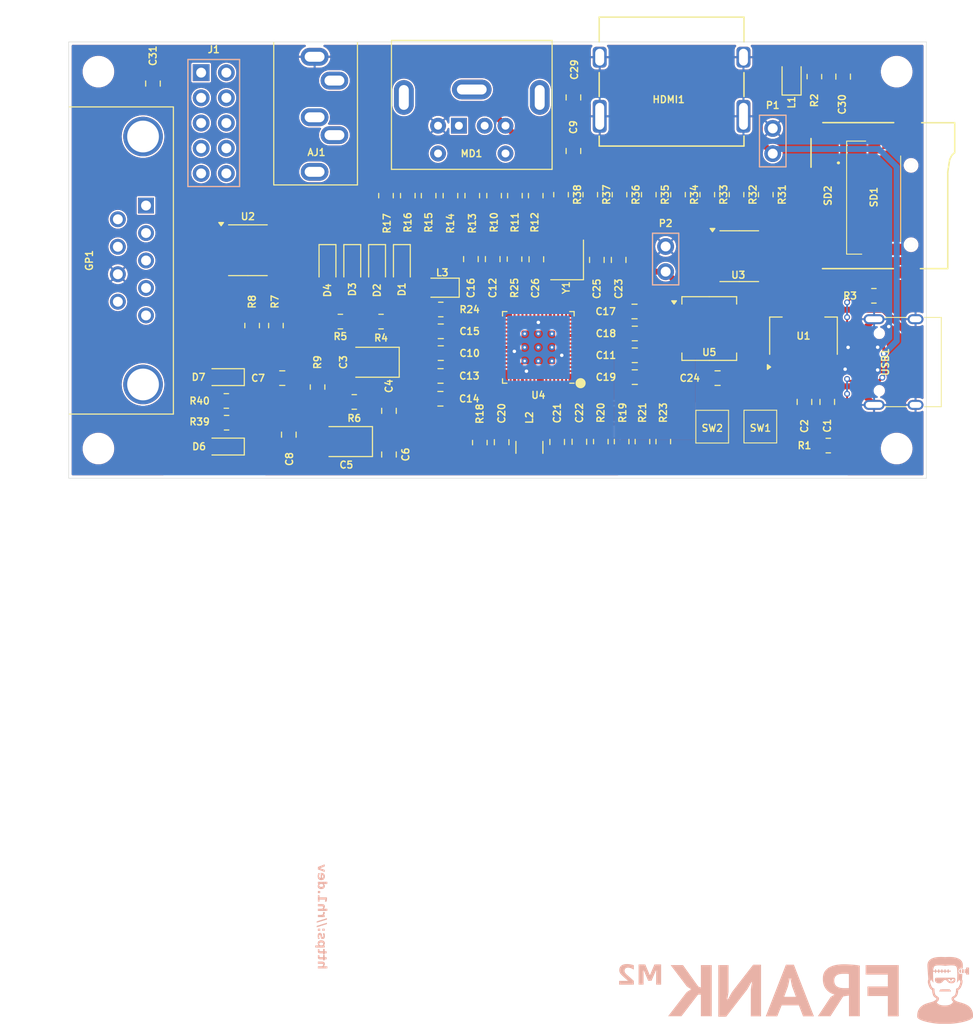
<source format=kicad_pcb>
(kicad_pcb (version 20240108) (generator "pcbnew") (generator_version "8.0")
  (title_block (title "Frank M2") (date "2025-02-02") (rev "1.02") (company "Mikhail Matveev") (comment 1 "https://github.com/xtremespb/frank"))
  (layers (0 "F.Cu" signal) (31 "B.Cu" signal) (34 "B.Paste" user) (35 "F.Paste" user) (36 "B.SilkS" user "B.Silkscreen") (37 "F.SilkS" user "F.Silkscreen") (38 "B.Mask" user) (39 "F.Mask" user) (44 "Edge.Cuts" user))
  (net 0 "")
  (net 1 "GND")
  (net 2 "/Audio Out/L")
  (net 3 "+3V3")
  (net 4 "VBUS")
  (net 5 "/RP2350A/XIN")
  (net 6 "/Audio Out/R")
  (net 7 "/RP2350A/VREG_AVDD")
  (net 8 "Net-(C3-Pad1)")
  (net 9 "/Audio Out/L*")
  (net 10 "/Audio Out/R*")
  (net 11 "Net-(C5-Pad1)")
  (net 12 "Net-(U2-FLT)")
  (net 13 "+1V1")
  (net 14 "Net-(C26-Pad1)")
  (net 16 "/Gamepad/+5V")
  (net 17 "/GPIO0")
  (net 18 "/GPIO1")
  (net 19 "/GPIO2")
  (net 20 "/GPIO3")
  (net 21 "Net-(HDMI1-D1P)")
  (net 22 "Net-(HDMI1-D2N)")
  (net 26 "Net-(HDMI1-D0P)")
  (net 27 "Net-(HDMI1-D1N)")
  (net 28 "/GPIO26")
  (net 29 "Net-(L1-A)")
  (net 30 "/GPIO27")
  (net 31 "/GPIO10")
  (net 32 "/D+")
  (net 33 "/D-")
  (net 34 "/GPIO11")
  (net 36 "Net-(HDMI1-CLKP)")
  (net 37 "Net-(USB1-CC1)")
  (net 38 "Net-(USB1-CC2)")
  (net 39 "/GPIO21")
  (net 40 "/GPIO20")
  (net 41 "/Gamepad/J2_DATA")
  (net 42 "/Gamepad/J1_DATA")
  (net 43 "Net-(HDMI1-D2P)")
  (net 44 "Net-(HDMI1-D0N)")
  (net 45 "/RP2350A/VREG_LX")
  (net 46 "/RUN")
  (net 47 "/PS2/PS{slash}2 CLK")
  (net 48 "Net-(HDMI1-CLKN)")
  (net 49 "Net-(MD1-Pad2)")
  (net 50 "/PS2/PS{slash}2 DATA")
  (net 51 "Net-(MD1-Pad6)")
  (net 52 "Net-(U4-USB_DP)")
  (net 53 "/RP2350A/QSPI_SD2")
  (net 54 "/RP2350A/QSPI_SD0")
  (net 55 "/GPIO8")
  (net 56 "/RP2350A/QSPI_SD1")
  (net 59 "/RP2350A/QSPI_SD3")
  (net 60 "Net-(U4-USB_DM)")
  (net 61 "/RP2350A/GPIO22")
  (net 62 "/RP2350A/QSPI_SCLK")
  (net 63 "/RP2350A/XOUT")
  (net 64 "/A_OUTL")
  (net 65 "/A_OUTB")
  (net 66 "/A_OUTR")
  (net 67 "/RP2350A/QSPI_SS")
  (net 68 "/RP2350A/~{USB_BOOT}")
  (net 69 "/RP2350A/FLASH_SS")
  (net 70 "/GPIO9")
  (net 71 "/GPIO12")
  (net 72 "/GPIO13")
  (net 73 "/GPIO14")
  (net 74 "/GPIO15")
  (net 75 "/GPIO16")
  (net 76 "/GPIO17")
  (net 77 "/GPIO18")
  (net 78 "/GPIO19")
  (net 79 "/SD Card/DET")
  (net 80 "/SD Card/DAT1")
  (net 81 "/SD Card/POL")
  (net 82 "/GPIO5")
  (net 83 "/GPIO7")
  (net 84 "/GPIO4")
  (net 85 "/A_TDAR")
  (net 86 "/SD Card/DAT2")
  (net 87 "/GPIO6")
  (net 88 "/RP2350A/SWD")
  (net 89 "/RP2350A/GPIO26")
  (net 90 "/RP2350A/GPIO23")
  (net 91 "/RP2350A/SWCLK")
  (net 92 "/RP2350A/GPIO29")
  (net 93 "/RP2350A/GPIO24")
  (net 97 "/A_TDAL")
  (net 98 "Net-(L3-A)")
  (net 99 "GPIO25")
  (net 101 "/RP2350A/GPIO28")
  (footprint "FRANK:Resistor (0805)" (layer "F.Cu") (at 139.8 37.5 90)
    (property "Reference" "R7")
    (property "Value" "2K" (hide yes))
  )
  (footprint "FRANK:Capacitor (0805)" (layer "F.Cu") (at 156.425 38.08125 180)
    (property "Reference" "C15")
    (property "Value" "100n" (hide yes))
  )
  (footprint "FRANK:Mounting Hole (2.7mm)" (layer "F.Cu") (at 202.4 49.9)
    (property "Reference" "H3" (hide yes))
    (property "Value" "MountingHole" (hide yes))
  )
  (footprint "FRANK:Resistor (0805)" (layer "F.Cu") (at 147.7 45.2 180)
    (property "Reference" "R6")
    (property "Value" "2K" (hide yes))
  )
  (footprint "FRANK:Capacitor (0805)" (layer "F.Cu") (at 175.99 40.5)
    (property "Reference" "C11")
    (property "Value" "4.7u" (hide yes))
  )
  (footprint "FRANK:HDMI (female)" (layer "F.Cu") (at 179.7 16.4 180)
    (property "Reference" "HDMI1")
    (property "Value" "HDMI Female" (hide yes))
  )
  (footprint "FRANK:Mounting Hole (2.7mm)" (layer "F.Cu") (at 121.9 11.9)
    (property "Reference" "H4" (hide yes))
    (property "Value" "MountingHole" (hide yes))
  )
  (footprint "FRANK:Capacitor (3528, tantalum, polar)" (layer "F.Cu") (at 149.6 41.2 180)
    (property "Reference" "C3")
    (property "Value" "10u" (hide yes))
  )
  (footprint "FRANK:Diode (SOD-323)" (layer "F.Cu") (at 150 31.35 -90)
    (property "Reference" "D2")
    (property "Value" "3V3" (hide yes))
  )
  (footprint "FRANK:D-SUB (9 pin, male, top mount)" (layer "F.Cu") (at 126.7 25.4 -90)
    (property "Reference" "GP1")
    (property "Value" "Gamepad" (hide yes))
  )
  (footprint "FRANK:QFN 60 (RP2350A)" (layer "F.Cu") (at 166.2625 39.7 180)
    (property "Reference" "U4")
    (property "Value" "RP2350_60QFN" (hide yes))
  )
  (footprint "FRANK:Resistor (0805)" (layer "F.Cu") (at 194.1 12.4 -90)
    (property "Reference" "R2")
    (property "Value" "1K" (hide yes))
  )
  (footprint "FRANK:Capacitor (3528, tantalum, polar)" (layer "F.Cu") (at 146.9 49.2 180)
    (property "Reference" "C5")
    (property "Value" "10u" (hide yes))
  )
  (footprint "FRANK:Capacitor (0805)" (layer "F.Cu") (at 184.3375 42.8 180)
    (property "Reference" "C24")
    (property "Value" "100n" (hide yes))
  )
  (footprint "FRANK:Resistor (0805)" (layer "F.Cu") (at 157.4 24.4 90)
    (property "Reference" "R14")
    (property "Value" "1K" (hide yes))
  )
  (footprint "FRANK:Button (SMD, 3x3mm, 1-1)" (layer "F.Cu") (at 190.3 46.035 -90)
    (property "Reference" "SW1")
    (property "Value" "Reset" (hide yes))
  )
  (footprint "FRANK:Pin Header (2x05)" (layer "F.Cu") (at 132.26 12)
    (property "Reference" "J1")
    (property "Value" "Pin Header 2x18" (hide yes))
  )
  (footprint "FRANK:Diode (SOD-323)" (layer "F.Cu") (at 145 31.35 -90)
    (property "Reference" "D4")
    (property "Value" "3V3" (hide yes))
  )
  (footprint "FRANK:MicroSD (SMD, short)" (layer "F.Cu") (at 200.1 24.6 90)
    (property "Reference" "SD1")
    (property "Value" "47571-0001" (hide yes))
  )
  (footprint "FRANK:Resistor (0805)" (layer "F.Cu") (at 160.3625 49.3 90)
    (property "Reference" "R18")
    (property "Value" "33" (hide yes))
  )
  (footprint "FRANK:Inductor (3225)" (layer "F.Cu") (at 165.3625 49.78125 90)
    (property "Reference" "L2")
    (property "Value" "3.3u" (hide yes))
  )
  (footprint "FRANK:Capacitor (0805)" (layer "F.Cu") (at 166.0625 30.81875 -90)
    (property "Reference" "C26")
    (property "Value" "15p" (hide yes))
  )
  (footprint "FRANK:SO-8" (layer "F.Cu") (at 186.525 30.505)
    (property "Reference" "U3")
    (property "Value" "ESP-PSRAM32" (hide yes))
  )
  (footprint "FRANK:Crystal (3225)" (layer "F.Cu") (at 169.1625 30.88125 90)
    (property "Reference" "Y1")
    (property "Value" "ABM8-272-T3" (hide yes))
  )
  (footprint "FRANK:MicroSD (SMD, long)" (layer "F.Cu") (at 192.55 24.4 -90)
    (property "Reference" "SD2")
    (property "Value" "104031-0811" (hide yes))
  )
  (footprint "FRANK:Capacitor (0805)" (layer "F.Cu") (at 168.1625 49.2375 -90)
    (property "Reference" "C21")
    (property "Value" "4.7u" (hide yes))
  )
  (footprint "FRANK:Capacitor (0805)" (layer "F.Cu") (at 175.99 38.3)
    (property "Reference" "C18")
    (property "Value" "100n" (hide yes))
  )
  (footprint "FRANK:Capacitor (0805)" (layer "F.Cu") (at 140.4375 42.8)
    (property "Reference" "C7")
    (property "Value" "1u" (hide yes))
  )
  (footprint "FRANK:Diode (SOD-323)" (layer "F.Cu") (at 147.5 31.35 -90)
    (property "Reference" "D3")
    (property "Value" "3V3" (hide yes))
  )
  (footprint "FRANK:Resistor (0805)" (layer "F.Cu") (at 155.2 24.4 -90)
    (property "Reference" "R15")
    (property "Value" "100R" (hide yes))
  )
  (footprint "FRANK:LED (0805)" (layer "F.Cu") (at 156.425 33.68125 180)
    (property "Reference" "L3")
    (property "Value" "Blue" (hide yes))
  )
  (footprint "FRANK:USB Type C" (layer "F.Cu") (at 206.9 41.18 90)
    (property "Reference" "USB1")
    (property "Value" "USB4215-03-A" (hide yes))
  )
  (footprint "FRANK:SOIC-8" (layer "F.Cu") (at 183.5 37.8)
    (property "Reference" "U5")
    (property "Value" "W25Q128JVS" (hide yes))
  )
  (footprint "FRANK:Mounting Hole (2.7mm)" (layer "F.Cu") (at 202.4 11.9)
    (property "Reference" "H1" (hide yes))
    (property "Value" "MountingHole" (hide yes))
  )
  (footprint "FRANK:Mounting Hole (2.7mm)" (layer "F.Cu") (at 121.9 49.9)
    (property "Reference" "H2" (hide yes))
    (property "Value" "MountingHole" (hide yes))
  )
  (footprint "FRANK:Resistor (0805)" (layer "F.Cu") (at 161.8 24.4 90)
    (property "Reference" "R10")
    (property "Value" "1K" (hide yes))
  )
  (footprint "FRANK:Capacitor (0805)" (layer "F.Cu") (at 127.4 13.1 90)
    (property "Reference" "C31")
    (property "Value" "100n" (hide yes))
  )
  (footprint "FRANK:Capacitor (0805)" (layer "F.Cu") (at 159.4625 30.8 90)
    (property "Reference" "C16")
    (property "Value" "100n" (hide yes))
  )
  (footprint "FRANK:Resistor (0805)" (layer "F.Cu") (at 176.7625 49.2 -90)
    (property "Reference" "R21")
    (property "Value" "1K" (hide yes))
  )
  (footprint "FRANK:Capacitor (0805)" (layer "F.Cu") (at 169.8 19.9 -90)
    (property "Reference" "C9")
    (property "Value" "10u" (hide yes))
  )
  (footprint "FRANK:Capacitor (0805)" (layer "F.Cu") (at 172.1625 30.88125 90)
    (property "Reference" "C25")
    (property "Value" "15p" (hide yes))
  )
  (footprint "FRANK:Resistor (0805)" (layer "F.Cu") (at 153.1 24.4 -90)
    (property "Reference" "R16")
    (property "Value" "100R" (hide yes))
  )
  (footprint "FRANK:Capacitor (0805)" (layer "F.Cu") (at 151.2 50.5 -90)
    (property "Reference" "C6")
    (property "Value" "10n" (hide yes))
  )
  (footprint "FRANK:Diode (SOD-323)" (layer "F.Cu") (at 134.6 49.7 180)
    (property "Reference" "D6")
    (property "Value" "3V3" (hide yes))
  )
  (footprint "FRANK:Resistor (0805)" (layer "F.Cu") (at 163.9 24.4 90)
    (property "Reference" "R11")
    (property "Value" "1K" (hide yes))
  )
  (footprint "FRANK:Resistor (0805)" (layer "F.Cu") (at 200.1 34.5 180)
    (property "Reference" "R3")
    (property "Value" "5.1K" (hide yes))
  )
  (footprint "FRANK:Resistor (0805)" (layer "F.Cu") (at 177.4 24.3 -90)
    (property "Reference" "R35")
    (property "Value" "270R" (hide yes))
  )
  (footprint "FRANK:Capacitor (0805)" (layer "F.Cu") (at 169.8 14.5 90)
    (property "Reference" "C29")
    (property "Value" "100n" (hide yes))
  )
  (footprint "FRANK:Pin Header (1x02)" (layer "F.Cu") (at 179.1 29.525)
    (property "Reference" "P2")
    (property "Value" "Power (+3.3V)" (hide yes))
  )
  (footprint "FRANK:SOT-223" (layer "F.Cu") (at 193 38.55 90)
    (property "Reference" "U1")
    (property "Value" "NCP1117 3.3" (hide yes))
  )
  (footprint "FRANK:Resistor (0805)" (layer "F.Cu") (at 172.5625 49.2 90)
    (property "Reference" "R20")
    (property "Value" "27" (hide yes))
  )
  (footprint "FRANK:Resistor (0805)" (layer "F.Cu") (at 156.425 35.88125)
    (property "Reference" "R24")
    (property "Value" "1K" (hide yes))
  )
  (footprint "FRANK:Resistor (0805)" (layer "F.Cu") (at 174.6625 49.2 90)
    (property "Reference" "R19")
    (property "Value" "27" (hide yes))
  )
  (footprint "FRANK:MiniDIN (6 Pin, female)" (layer "F.Cu") (at 158.25 17.35 180)
    (property "Reference" "MD1")
    (property "Value" "Mini-DIN-6" (hide yes))
  )
  (footprint "FRANK:Capacitor (0805)" (layer "F.Cu") (at 193.1 45.2 -90)
    (property "Reference" "C2")
    (property "Value" "10u" (hide yes))
  )
  (footprint "FRANK:Resistor (0805)" (layer "F.Cu") (at 137.4 37.5 90)
    (property "Reference" "R8")
    (property "Value" "1K" (hide yes))
  )
  (footprint "FRANK:Capacitor (0805)" (layer "F.Cu") (at 151.2 46.1 -90)
    (property "Reference" "C4")
    (property "Value" "10n" (hide yes))
  )
  (footprint "FRANK:Resistor (0805)" (layer "F.Cu") (at 178.8625 49.2 -90)
    (property "Reference" "R23")
    (property "Value" "0" (hide yes))
  )
  (footprint "FRANK:Jack (3.5mm)" (layer "F.Cu") (at 143.7 10.4)
    (property "Reference" "AJ1")
    (property "Value" "SJ1-353XNG" (hide yes))
  )
  (footprint "FRANK:Resistor (0805)" (layer "F.Cu") (at 134.825 47.295 180)
    (property "Reference" "R39")
    (property "Value" "1K" (hide yes))
  )
  (footprint "FRANK:Resistor (0805)" (layer "F.Cu") (at 180.35 24.3 -90)
    (property "Reference" "R34")
    (property "Value" "270R" (hide yes))
  )
  (footprint "FRANK:Capacitor (0805)" (layer "F.Cu") (at 195.4 45.2 -90)
    (property "Reference" "C1")
    (property "Value" "10u" (hide yes))
  )
  (footprint "FRANK:Resistor (0805)" (layer "F.Cu") (at 183.3 24.3 -90)
    (property "Reference" "R33")
    (property "Value" "270R" (hide yes))
  )
  (footprint "FRANK:Diode (SOD-323)" (layer "F.Cu") (at 152.5 31.35 -90)
    (property "Reference" "D1")
    (property "Value" "3V3" (hide yes))
  )
  (footprint "FRANK:Capacitor (0805)" (layer "F.Cu") (at 156.4 42.58125 180)
    (property "Reference" "C13")
    (property "Value" "100n" (hide yes))
  )
  (footprint "FRANK:Capacitor (0805)" (layer "F.Cu") (at 197 12.4 -90)
    (property "Reference" "C30")
    (property "Value" "100n" (hide yes))
  )
  (footprint "FRANK:Capacitor (0805)" (layer "F.Cu") (at 174.3625 30.88125 90)
    (property "Reference" "C23")
    (property "Value" "100n" (hide yes))
  )
  (footprint "FRANK:Resistor (0805)" (layer "F.Cu") (at 150.4 37.1 180)
    (property "Reference" "R4")
    (property "Value" "1K" (hide yes))
  )
  (footprint "FRANK:Capacitor (0805)" (layer "F.Cu") (at 175.9625 36.08125)
    (property "Reference" "C17")
    (property "Value" "100n" (hide yes))
  )
  (footprint "FRANK:Capacitor (0805)" (layer "F.Cu") (at 161.6625 30.8 90)
    (property "Reference" "C12")
    (property "Value" "100n" (hide yes))
  )
  (footprint "FRANK:Capacitor (0805)" (layer "F.Cu") (at 141.1 48.5 90)
    (property "Reference" "C8")
    (property "Value" "47u" (hide yes))
  )
  (footprint "FRANK:Resistor (0805)" (layer "F.Cu") (at 163.8625 30.8 90)
    (property "Reference" "R25")
    (property "Value" "1K" (hide yes))
  )
  (footprint "FRANK:SO-8" (layer "F.Cu") (at 136.975 29.905)
    (property "Reference" "U2")
    (property "Value" "TDA1387T" (hide yes))
  )
  (footprint "FRANK:Resistor (0805)" (layer "F.Cu") (at 150.9 24.4 90)
    (property "Reference" "R17")
    (property "Value" "1k" (hide yes))
  )
  (footprint "FRANK:Resistor (0805)" (layer "F.Cu") (at 195.5 49.6)
    (property "Reference" "R1")
    (property "Value" "5.1K" (hide yes))
  )
  (footprint "FRANK:Resistor (0805)" (layer "F.Cu") (at 168.55 24.3 -90)
    (property "Reference" "R38")
    (property "Value" "270R" (hide yes))
  )
  (footprint "FRANK:Resistor (0805)" (layer "F.Cu") (at 189.2 24.3 -90)
    (property "Reference" "R31")
    (property "Value" "270R" (hide yes))
  )
  (footprint "FRANK:Resistor (0805)" (layer "F.Cu") (at 186.25 24.3 -90)
    (property "Reference" "R32")
    (property "Value" "270R" (hide yes))
  )
  (footprint "FRANK:Resistor (0805)" (layer "F.Cu") (at 144 43.7 90)
    (property "Reference" "R9")
    (property "Value" "330R" (hide yes))
  )
  (footprint "FRANK:LED (0805)" (layer "F.Cu") (at 191.8 12.4 90)
    (property "Reference" "L1")
    (property "Value" "Green" (hide yes))
  )
  (footprint "FRANK:Capacitor (0805)" (layer "F.Cu") (at 156.3875 44.88125 180)
    (property "Reference" "C14")
    (property "Value" "100n" (hide yes))
  )
  (footprint "FRANK:Diode (SOD-323)" (layer "F.Cu") (at 134.6 42.7 180)
    (property "Reference" "D7")
    (property "Value" "3V3" (hide yes))
  )
  (footprint "FRANK:Resistor (0805)" (layer "F.Cu") (at 166 24.4 -90)
    (property "Reference" "R12")
    (property "Value" "100R" (hide yes))
  )
  (footprint "FRANK:Capacitor (0805)" (layer "F.Cu") (at 175.99 42.7)
    (property "Reference" "C19")
    (property "Value" "100n" (hide yes))
  )
  (footprint "FRANK:Resistor (0805)" (layer "F.Cu") (at 174.45 24.3 -90)
    (property "Reference" "R36")
    (property "Value" "270R" (hide yes))
  )
  (footprint "FRANK:Pin Header (1x02)" (layer "F.Cu") (at 189.9 17.625)
    (property "Reference" "P1")
    (property "Value" "Power (+5V)" (hide yes))
  )
  (footprint "FRANK:Capacitor (0805)" (layer "F.Cu") (at 170.4 49.21875 -90)
    (property "Reference" "C22")
    (property "Value" "4.7u" (hide yes))
  )
  (footprint "FRANK:Resistor (0805)" (layer "F.Cu") (at 146.3 37.1)
    (property "Reference" "R5")
    (property "Value" "330R" (hide yes))
  )
  (footprint "FRANK:Capacitor (0805)" (layer "F.Cu") (at 156.425 40.28125 180)
    (property "Reference" "C10")
    (property "Value" "100n" (hide yes))
  )
  (footprint "FRANK:Capacitor (0805)" (layer "F.Cu") (at 162.5625 49.2625 -90)
    (property "Reference" "C20")
    (property "Value" "4.7u" (hide yes))
  )
  (footprint "FRANK:Button (SMD, 3x3mm, 1-1)" (layer "F.Cu") (at 185.445 46.045 -90)
    (property "Reference" "SW2")
    (property "Value" "SW_Push" (hide yes))
  )
  (footprint "FRANK:Resistor (0805)" (layer "F.Cu") (at 134.8 45.1 180)
    (property "Reference" "R40")
    (property "Value" "1K" (hide yes))
  )
  (footprint "FRANK:Resistor (0805)" (layer "F.Cu") (at 159.6 24.4 -90)
    (property "Reference" "R13")
    (property "Value" "100R" (hide yes))
  )
  (footprint "FRANK:Resistor (0805)" (layer "F.Cu") (at 171.5 24.3 -90)
    (property "Reference" "R37")
    (property "Value" "270R" (hide yes))
  )
  (gr_poly (pts (xy 208.976688 102.782376) (xy 209.15925 102.782376) (xy 209.15925 102.401376) (xy 208.976688 102.401376)) (stroke (width -0.000001)) (fill solid) (layer "B.SilkS"))
  (gr_poly (pts (xy 206.674813 104.63975) (xy 207.897188 104.63975) (xy 207.754313 104.425438) (xy 206.817688 104.425438)) (stroke (width -0.000001)) (fill solid) (layer "B.SilkS"))
  (gr_poly (pts (xy 182.655941 104.250813) (xy 182.394002 104.139688) (xy 180.846189 101.980688) (xy 179.6 101.980688) (xy 181.235125 104.139688) (xy 181.66375 104.4175) (xy 181.21925 104.711188) (xy 179.345999 107.140063) (xy 180.695374 107.140063) (xy 182.370189 104.95725) (xy 182.655941 104.95725) (xy 182.655941 107.140063) (xy 183.751315 107.140063) (xy 183.751315 101.980688) (xy 182.655941 101.980688)) (stroke (width -0.000001)) (fill solid) (layer "B.SilkS"))
  (gr_poly (pts (xy 189.196437 107.148001) (xy 190.355313 107.148001) (xy 190.799813 106.044688) (xy 192.538125 106.044688) (xy 192.958812 107.148001) (xy 194.054188 107.148001) (xy 193.288993 105.1795) (xy 192.236501 105.1795) (xy 191.053815 105.1795) (xy 191.450689 104.1) (xy 191.625315 103.282438) (xy 191.665 103.282438) (xy 191.839626 104.107938) (xy 192.236501 105.1795) (xy 193.288993 105.1795) (xy 192.030125 101.941001) (xy 191.228438 101.941001)) (stroke (width -0.000001)) (fill solid) (layer "B.SilkS"))
  (gr_poly (pts (xy 185.791249 104.695313) (xy 185.370565 105.449375) (xy 185.322939 105.449375) (xy 185.442001 104.687376) (xy 185.442001 101.980688) (xy 184.410126 101.980688) (xy 184.410126 107.187688) (xy 185.203877 107.187688) (xy 187.32319 104.449251) (xy 187.76769 103.671376) (xy 187.807378 103.671376) (xy 187.688314 104.457188) (xy 187.688314 107.148001) (xy 188.720188 107.148001) (xy 188.720188 101.941) (xy 187.92644 101.941)) (stroke (width -0.000001)) (fill solid) (layer "B.SilkS"))
  (gr_poly (pts (xy 209.405312 102.401376) (xy 209.2545 102.401376) (xy 209.2545 102.782376) (xy 209.405312 102.782376) (xy 209.405312 102.941126) (xy 209.691062 102.941126) (xy 209.691062 102.226751) (xy 209.405312 102.226751)) (stroke (width -0.000001)) (fill solid) (layer "B.SilkS"))
  (gr_poly (pts (xy 208.827163 102.401629) (xy 208.820614 102.402381) (xy 208.814172 102.403619) (xy 208.807845 102.405329) (xy 208.80164 102.407498) (xy 208.795565 102.410113) (xy 208.789626 102.413162) (xy 208.783831 102.41663) (xy 208.778187 102.420506) (xy 208.772702 102.424775) (xy 208.767382 102.429425) (xy 208.762236 102.434443) (xy 208.75249 102.44553) (xy 208.743524 102.45793) (xy 208.735394 102.47154) (xy 208.72816 102.486254) (xy 208.72188 102.501968) (xy 208.716611 102.518578) (xy 208.712411 102.535978) (xy 208.70934 102.554064) (xy 208.707454 102.572731) (xy 208.706813 102.591876) (xy 208.706974 102.601501) (xy 208.707454 102.61102) (xy 208.708245 102.62042) (xy 208.70934 102.629687) (xy 208.710731 102.638809) (xy 208.712411 102.647773) (xy 208.714373 102.656566) (xy 208.716611 102.665173) (xy 208.719115 102.673584) (xy 208.72188 102.681783) (xy 208.724897 102.689758) (xy 208.72816 102.697497) (xy 208.731662 102.704986) (xy 208.735394 102.712211) (xy 208.739351 102.719161) (xy 208.743524 102.725821) (xy 208.747906 102.732179) (xy 208.75249 102.738221) (xy 208.757269 102.743935) (xy 208.762236 102.749308) (xy 208.767382 102.754326) (xy 208.772702 102.758976) (xy 208.778187 102.763245) (xy 208.783831 102.767121) (xy 208.789626 102.770589) (xy 208.795565 102.773638) (xy 208.80164 102.776253) (xy 208.807845 102.778422) (xy 208.814172 102.780132) (xy 208.820614 102.78137) (xy 208.827163 102.782122) (xy 208.833813 102.782376) (xy 208.881438 102.782376) (xy 208.881438 102.401376) (xy 208.833813 102.401376)) (stroke (width -0.000001)) (fill solid) (layer "B.SilkS"))
  (gr_poly (pts (xy 206.376212 103.252192) (xy 206.357011 103.256581) (xy 206.339402 103.26367) (xy 206.323392 103.273276) (xy 206.308987 103.285212) (xy 206.296193 103.299295) (xy 206.285014 103.315341) (xy 206.275457 103.333164) (xy 206.267529 103.352579) (xy 206.261233 103.373403) (xy 206.256578 103.395451) (xy 206.253567 103.418538) (xy 206.252208 103.44248) (xy 206.252505 103.467091) (xy 206.254465 103.492188) (xy 206.258094 103.517586) (xy 206.263397 103.543101) (xy 206.27038 103.568546) (xy 206.279049 103.593739) (xy 206.28941 103.618495) (xy 206.301468 103.642628) (xy 206.31523 103.665955) (xy 206.330701 103.688291) (xy 206.347887 103.709451) (xy 206.366794 103.72925) (xy 206.387427 103.747504) (xy 206.409793 103.764029) (xy 206.433897 103.77864) (xy 206.459746 103.791152) (xy 206.487344 103.801381) (xy 206.516698 103.809142) (xy 206.547813 103.81425) (xy 206.595301 103.818948) (xy 206.639644 103.82123) (xy 206.681 103.82124) (xy 206.719523 103.819118) (xy 206.755373 103.815009) (xy 206.788705 103.809053) (xy 206.819677 103.801394) (xy 206.848446 103.792174) (xy 206.875168 103.781536) (xy 206.900001 103.769621) (xy 206.923101 103.756573) (xy 206.944626 103.742534) (xy 206.964732 103.727646) (xy 206.983577 103.712051) (xy 207.001317 103.695893) (xy 207.01811 103.679313) (xy 207.04948 103.645458) (xy 207.078943 103.611627) (xy 207.107755 103.578959) (xy 207.137172 103.548592) (xy 207.1525 103.534629) (xy 207.168449 103.521668) (xy 207.185178 103.509852) (xy 207.202843 103.499324) (xy 207.2216 103.490226) (xy 207.241608 103.482701) (xy 207.263022 103.476891) (xy 207.286 103.472938) (xy 207.308934 103.476846) (xy 207.330219 103.482526) (xy 207.350021 103.489847) (xy 207.368507 103.498673) (xy 207.385842 103.508871) (xy 207.402191 103.520307) (xy 207.41772 103.532848) (xy 207.432596 103.54636) (xy 207.461048 103.575761) (xy 207.488872 103.607441) (xy 207.517393 103.640331) (xy 207.547938 103.67336) (xy 207.581831 103.705458) (xy 207.600448 103.720825) (xy 207.620398 103.735557) (xy 207.641849 103.749523) (xy 207.664965 103.762587) (xy 207.689913 103.774616) (xy 207.716858 103.785477) (xy 207.745965 103.795035) (xy 207.7774 103.803158) (xy 207.81133 103.809711) (xy 207.847919 103.81456) (xy 207.887334 103.817573) (xy 207.92974 103.818614) (xy 207.975303 103.817551) (xy 208.024188 103.81425) (xy 208.055303 103.80984) (xy 208.084657 103.802689) (xy 208.112255 103.792986) (xy 208.138103 103.780919) (xy 208.162207 103.766678) (xy 208.184573 103.750452) (xy 208.205207 103.732429) (xy 208.224114 103.712799) (xy 208.2413 103.691751) (xy 208.256771 103.669472) (xy 208.270532 103.646154) (xy 208.282591 103.621983) (xy 208.292951 103.59715) (xy 208.301621 103.571843) (xy 208.308604 103.546251) (xy 208.313907 103.520563) (xy 208.317535 103.494968) (xy 208.319495 103.469655) (xy 208.319793 103.444813) (xy 208.318433 103.420631) (xy 208.315423 103.397298) (xy 208.314643 103.393563) (xy 208.175 103.393563) (xy 208.173791 103.404136) (xy 208.171756 103.416271) (xy 208.168303 103.43201) (xy 208.163082 103.450633) (xy 208.155745 103.471419) (xy 208.145944 103.493646) (xy 208.14001 103.505075) (xy 208.133328 103.516594) (xy 208.125856 103.528114) (xy 208.11755 103.539543) (xy 208.108366 103.550791) (xy 208.098261 103.56177) (xy 208.08719 103.572388) (xy 208.075111 103.582556) (xy 208.061979 103.592182) (xy 208.047752 103.601178) (xy 208.032385 103.609454) (xy 208.015836 103.616918) (xy 207.998059 103.623481) (xy 207.979012 103.629053) (xy 207.958651 103.633543) (xy 207.936933 103.636862) (xy 207.913814 103.63892) (xy 207.88925 103.639626) (xy 207.863942 103.63892) (xy 207.840081 103.636862) (xy 207.817623 103.633543) (xy 207.796527 103.629053) (xy 207.776751 103.623481) (xy 207.758252 103.616918) (xy 207.740989 103.609454) (xy 207.724919 103.601178) (xy 207.71 103.592182) (xy 207.69619 103.582555) (xy 207.683447 103.572388) (xy 207.671729 103.56177) (xy 207.660993 103.550791) (xy 207.651197 103.539543) (xy 207.642299 103.528113) (xy 207.634258 103.516594) (xy 207.62703 103.505075) (xy 207.620575 103.493646) (xy 207.614849 103.482397) (xy 207.60981 103.471419) (xy 207.601626 103.450633) (xy 207.595687 103.43201) (xy 207.591654 103.416271) (xy 207.589191 103.404136) (xy 207.587625 103.393563) (xy 207.786063 103.393563) (xy 207.783102 103.399516) (xy 207.780233 103.405469) (xy 207.777551 103.411422) (xy 207.776309 103.414399) (xy 207.775148 103.417376) (xy 207.774081 103.420352) (xy 207.773118 103.423329) (xy 207.772271 103.426305) (xy 207.771552 103.429282) (xy 207.770972 103.432258) (xy 207.770544 103.435235) (xy 207.770279 103.438211) (xy 207.770188 103.441188) (xy 207.770326 103.446373) (xy 207.770736 103.451503) (xy 207.771411 103.456573) (xy 207.772342 103.461574) (xy 207.773524 103.4665) (xy 207.774949 103.471343) (xy 207.776609 103.476096) (xy 207.778497 103.480751) (xy 207.780606 103.485302) (xy 207.782929 103.489741) (xy 207.785458 103.494061) (xy 207.788186 103.498254) (xy 207.791107 103.502314) (xy 207.794211 103.506232) (xy 207.797493 103.510003) (xy 207.800945 103.513618) (xy 207.80456 103.51707) (xy 207.808331 103.520352) (xy 207.812249 103.523456) (xy 207.816309 103.526377) (xy 207.820502 103.529105) (xy 207.824822 103.531634) (xy 207.829261 103.533957) (xy 207.833812 103.536066) (xy 207.838467 103.537954) (xy 207.84322 103.539614) (xy 207.848063 103.541039) (xy 207.852989 103.54222) (xy 207.85799 103.543152) (xy 207.86306 103.543827) (xy 207.868191 103.544237) (xy 207.873375 103.544375) (xy 207.87856 103.544237) (xy 207.88369 103.543827) (xy 207.88876 103.543152) (xy 207.893762 103.54222) (xy 207.898687 103.541039) (xy 207.90353 103.539614) (xy 207.908283 103.537954) (xy 207.912939 103.536066) (xy 207.91749 103.533957) (xy 207.921928 103.531634) (xy 207.926248 103.529105) (xy 207.930441 103.526377) (xy 207.934501 103.523456) (xy 207.93842 103.520352) (xy 207.94219 103.51707) (xy 207.945805 103.513618) (xy 207.949257 103.510003) (xy 207.952539 103.506232) (xy 207.955644 103.502314) (xy 207.958564 103.498254) (xy 207.961292 103.494061) (xy 207.963821 103.489741) (xy 207.966144 103.485302) (xy 207.968253 103.480751) (xy 207.970141 103.476096) (xy 207.971801 103.471343) (xy 207.973226 103.4665) (xy 207.974408 103.461574) (xy 207.97534 103.456573) (xy 207.976014 103.451503) (xy 207.976424 103.446373) (xy 207.976563 103.441188) (xy 207.976472 103.438212) (xy 207.976206 103.435235) (xy 207.975778 103.432258) (xy 207.975198 103.429282) (xy 207.974479 103.426305) (xy 207.973632 103.423329) (xy 207.972669 103.420352) (xy 207.971602 103.417376) (xy 207.970441 103.414399) (xy 207.969199 103.411423) (xy 207.966517 103.40547) (xy 207.963648 103.399516) (xy 207.960687 103.393563) (xy 208.175 103.393563) (xy 208.314643 103.393563) (xy 208.310767 103.375002) (xy 208.304472 103.353933) (xy 208.296543 103.33428) (xy 208.286987 103.316231) (xy 208.275808 103.299976) (xy 208.263013 103.285703) (xy 208.248608 103.273601) (xy 208.232599 103.26386) (xy 208.21499 103.256668) (xy 208.195789 103.252215) (xy 208.175 103.250688) (xy 206.397 103.250688)) (stroke (width -0.000001)) (fill solid) (layer "B.SilkS"))
  (gr_poly (pts (xy 207.589905 101.161939) (xy 207.442667 101.168077) (xy 207.285999 101.179) (xy 207.129332 101.168077) (xy 206.982094 101.161939) (xy 206.843991 101.160347) (xy 206.714732 101.163063) (xy 206.594025 101.169848) (xy 206.481578 101.180465) (xy 206.377098 101.194674) (xy 206.280294 101.212238) (xy 206.190872 101.232918) (xy 206.108542 101.256476) (xy 206.033011 101.282673) (xy 205.963987 101.311271) (xy 205.901178 101.342032) (xy 205.844291 101.374717) (xy 205.793035 101.409088) (xy 205.747117 101.444906) (xy 205.706245 101.481934) (xy 205.670127 101.519933) (xy 205.638472 101.558664) (xy 205.610986 101.597889) (xy 205.587377 101.63737) (xy 205.567355 101.676869) (xy 205.550625 101.716146) (xy 205.536897 101.754965) (xy 205.525878 101.793086) (xy 205.517276 101.83027) (xy 205.506155 101.900878) (xy 205.501196 101.964882) (xy 205.500062 102.020375) (xy 205.503178 102.13643) (xy 205.511596 102.301412) (xy 205.538757 102.714906) (xy 205.570383 103.134353) (xy 205.595312 103.43325) (xy 205.587374 103.449125) (xy 205.581607 103.458328) (xy 205.576212 103.468054) (xy 205.571189 103.478268) (xy 205.566538 103.488936) (xy 205.56226 103.500023) (xy 205.558353 103.511493) (xy 205.554818 103.523312) (xy 205.551656 103.535445) (xy 205.548865 103.547857) (xy 205.546447 103.560513) (xy 205.5444 103.573379) (xy 205.542726 103.586419) (xy 205.541424 103.599598) (xy 205.540493 103.612882) (xy 205.539935 103.626236) (xy 205.539749 103.639625) (xy 205.540137 103.663825) (xy 205.541362 103.688862) (xy 205.543517 103.71483) (xy 205.546695 103.74182) (xy 205.550989 103.769927) (xy 205.556493 103.799243) (xy 205.563299 103.829861) (xy 205.5715 103.861875) (xy 205.589359 103.922197) (xy 205.607219 103.978333) (xy 205.625078 104.030562) (xy 205.642937 104.079164) (xy 205.660797 104.124417) (xy 205.678656 104.1666) (xy 205.696515 104.205993) (xy 205.714375 104.242875) (xy 205.724797 104.260455) (xy 205.735242 104.277477) (xy 205.745733 104.293941) (xy 205.756295 104.309848) (xy 205.766949 104.325195) (xy 205.77772 104.339985) (xy 205.78863 104.354217) (xy 205.799703 104.367891) (xy 205.810962 104.381006) (xy 205.822431 104.393563) (xy 205.834131 104.405563) (xy 205.846088 104.417004) (xy 205.858324 104.427887) (xy 205.870862 104.438212) (xy 205.883725 104.447979) (xy 205.896938 104.457187) (xy 205.914797 104.46897) (xy 205.923727 104.474628) (xy 205.932656 104.480008) (xy 205.941586 104.485015) (xy 205.946051 104.48735) (xy 205.950516 104.489558) (xy 205.95498 104.491625) (xy 205.959445 104.493542) (xy 205.96391 104.495296) (xy 205.968375 104.496875) (xy 205.974452 104.572653) (xy 205.977723 104.609194) (xy 205.981274 104.644711) (xy 205.985196 104.679112) (xy 205.989583 104.712304) (xy 205.994529 104.744193) (xy 206.000125 104.774687) (xy 206.009055 104.812282) (xy 206.017985 104.847737) (xy 206.026914 104.881146) (xy 206.035844 104.912601) (xy 206.044774 104.942196) (xy 206.053704 104.970024) (xy 206.062633 104.996178) (xy 206.071563 105.02075) (xy 206.080944 105.042522) (xy 206.091174 105.063212) (xy 206.102171 105.082856) (xy 206.113855 105.101489) (xy 206.126143 105.119145) (xy 206.138954 105.135859) (xy 206.152207 105.151666) (xy 206.165821 105.166601) (xy 206.179713 105.180699) (xy 206.193803 105.193995) (xy 206.20801 105.206523) (xy 206.222251 105.218319) (xy 206.236446 105.229417) (xy 206.250513 105.239853) (xy 206.264371 105.24966) (xy 206.277938 105.258875) (xy 206.317997 105.287152) (xy 206.354336 105.312453) (xy 206.38621 105.334777) (xy 206.40024 105.344823) (xy 206.412875 105.354125) (xy 206.412875 105.385875) (xy 206.412829 105.389565) (xy 206.412503 105.394557) (xy 206.412149 105.397483) (xy 206.41162 105.400665) (xy 206.410881 105.404079) (xy 206.409899 105.407703) (xy 206.408637 105.411513) (xy 206.407062 105.415485) (xy 206.405137 105.419598) (xy 206.402829 105.423826) (xy 206.400103 105.428148) (xy 206.396923 105.432539) (xy 206.393254 105.436977) (xy 206.391226 105.439206) (xy 206.389063 105.441438) (xy 206.385813 105.445993) (xy 206.38204 105.450724) (xy 206.377779 105.455617) (xy 206.373064 105.460661) (xy 206.36793 105.465845) (xy 206.362413 105.471157) (xy 206.350368 105.482117) (xy 206.337206 105.49345) (xy 206.323206 105.505061) (xy 206.293813 105.52875) (xy 206.277083 105.540559) (xy 206.259691 105.552159) (xy 206.241717 105.563527) (xy 206.223244 105.574639) (xy 206.185122 105.596002) (xy 206.145977 105.616062) (xy 206.10646 105.634635) (xy 206.067222 105.651533) (xy 206.028914 105.666571) (xy 205.992188 105.679562) (xy 205.966918 105.688508) (xy 205.938858 105.697546) (xy 205.908193 105.70677) (xy 205.87511 105.716273) (xy 205.722313 105.758937) (xy 205.552649 105.808547) (xy 205.506744 105.822345) (xy 205.460003 105.837072) (xy 205.412704 105.852916) (xy 205.365126 105.870062) (xy 205.317342 105.888586) (xy 205.269348 105.908494) (xy 205.221309 105.929867) (xy 205.173385 105.952786) (xy 205.125741 105.977333) (xy 205.078538 106.003589) (xy 205.03194 106.031636) (xy 204.986109 106.061555) (xy 204.941209 106.093427) (xy 204.897402 106.127334) (xy 204.85485 106.163357) (xy 204.813717 106.201577) (xy 204.774165 106.242077) (xy 204.736357 106.284937) (xy 204.700456 106.330238) (xy 204.666625 106.378063) (xy 204.644863 106.411454) (xy 204.62424 106.446136) (xy 204.60478 106.482097) (xy 204.586506 106.519326) (xy 204.569441 106.55781) (xy 204.553609 106.597538) (xy 204.539032 106.638499) (xy 204.525734 106.68068) (xy 204.513739 106.724071) (xy 204.503069 106.768659) (xy 204.493748 106.814434) (xy 204.485799 106.861382) (xy 204.479245 106.909493) (xy 204.47411 106.958756) (xy 204.470416 107.009158) (xy 204.468188 107.060687) (xy 204.468312 107.09653) (xy 204.468607 107.114684) (xy 204.46918 107.133117) (xy 204.470126 107.151922) (xy 204.471537 107.171192) (xy 204.473506 107.191021) (xy 204.476126 107.2115) (xy 204.476308 107.217451) (xy 204.476839 107.223391) (xy 204.477695 107.229307) (xy 204.478854 107.235189) (xy 204.480292 107.241023) (xy 204.481986 107.2468) (xy 204.483912 107.252507) (xy 204.486048 107.258133) (xy 204.488369 107.263665) (xy 204.490853 107.269093) (xy 204.493477 107.274405) (xy 204.496217 107.279589) (xy 204.499051 107.284633) (xy 204.501954 107.289526) (xy 204.504903 107.294257) (xy 204.507876 107.298813) (xy 204.513844 107.307727) (xy 204.519906 107.316548) (xy 204.523001 107.320895) (xy 204.526154 107.325183) (xy 204.529376 107.329402) (xy 204.53268 107.333539) (xy 204.536077 107.337584) (xy 204.539579 107.341523) (xy 204.543197 107.345347) (xy 204.546943 107.349042) (xy 204.550828 107.352598) (xy 204.554865 107.356003) (xy 204.559064 107.359245) (xy 204.563438 107.362313) (xy 204.581685 107.376855) (xy 204.600769 107.390838) (xy 204.620783 107.40445) (xy 204.641821 107.417875) (xy 204.663974 107.431301) (xy 204.687337 107.444912) (xy 204.738063 107.473438) (xy 204.791269 107.500211) (xy 204.849684 107.526892) (xy 204.913308 107.553386) (xy 204.982141 107.579602) (xy 205.056182 107.605445) (xy 205.135433 107.630823) (xy 205.219893 107.655644) (xy 205.309562 107.679813) (xy 205.500279 107.728786) (xy 205.70867 107.773946) (xy 205.933804 107.814456) (xy 206.17475 107.849477) (xy 206.43058 107.878173) (xy 206.700362 107.899706) (xy 206.983166 107.913241) (xy 207.278063 107.917938) (xy 207.461745 107.914804) (xy 207.640614 107.908497) (xy 207.814507 107.899189) (xy 207.98326 107.887056) (xy 208.146711 107.872272) (xy 208.304698 107.855011) (xy 208.457056 107.835449) (xy 208.603625 107.813758) (xy 208.74424 107.790114) (xy 208.87874 107.764691) (xy 209.006961 107.737664) (xy 209.12874 107.709206) (xy 209.243915 107.679493) (xy 209.352323 107.648699) (xy 209.453802 107.616997) (xy 209.548187 107.584563) (xy 209.608835 107.563712) (xy 209.665762 107.542767) (xy 209.718968 107.521637) (xy 209.744175 107.510973) (xy 209.768453 107.500227) (xy 209.7918 107.489389) (xy 209.814218 107.478446) (xy 209.835705 107.467386) (xy 209.856262 107.456199) (xy 209.875888 107.444872) (xy 209.894585 107.433394) (xy 209.912351 107.421753) (xy 209.929187 107.409938) (xy 209.939421 107.403981) (xy 209.949295 107.398001) (xy 209.958819 107.391974) (xy 209.968007 107.385878) (xy 209.976869 107.379688) (xy 209.985417 107.373382) (xy 209.993662 107.366937) (xy 210.001617 107.360329) (xy 210.009293 107.353534) (xy 210.016702 107.346531) (xy 210.023854 107.339295) (xy 210.030763 107.331803) (xy 210.037439 107.324032) (xy 210.043894 107.315959) (xy 210.050139 107.307561) (xy 210.056187 107.298813) (xy 210.06211 107.289852) (xy 210.067846 107.280706) (xy 210.070586 107.276005) (xy 210.07321 107.271187) (xy 210.075694 107.26623) (xy 210.078016 107.26111) (xy 210.080151 107.255804) (xy 210.082077 107.250289) (xy 210.083771 107.244541) (xy 210.085209 107.238538) (xy 210.086368 107.232255) (xy 210.087224 107.22567) (xy 210.087755 107.21876) (xy 210.087937 107.2115) (xy 210.090557 107.1933) (xy 210.092526 107.174542) (xy 210.093937 107.155411) (xy 210.094883 107.136094) (xy 210.095456 107.116778) (xy 210.095751 107.097647) (xy 210.095875 107.060688) (xy 210.095412 107.022274) (xy 210.09403 106.984429) (xy 210.091742 106.947166) (xy 210.088558 106.910495) (xy 210.08449 106.87443) (xy 210.07955 106.83898) (xy 210.07375 106.804159) (xy 210.067102 106.769977) (xy 210.059616 106.736446) (xy 210.051304 106.703578) (xy 210.042179 106.671384) (xy 210.032251 106.639876) (xy 210.021533 106.609066) (xy 210.010035 106.578965) (xy 209.997771 106.549585) (xy 209.98475 106.520938) (xy 209.970989 106.492941) (xy 209.956519 106.465515) (xy 209.941375 106.43867) (xy 209.925591 106.412417) (xy 209.909202 106.38677) (xy 209.892244 106.361738) (xy 209.874751 106.337335) (xy 209.856758 106.313571) (xy 209.8383 106.290458) (xy 209.819411 106.268008) (xy 209.800128 106.246232) (xy 209.780483 106.225142) (xy 209.760514 106.20475) (xy 209.740253 106.185067) (xy 209.719737 106.166105) (xy 209.699 106.147876) (xy 209.6567 106.113256) (xy 209.613238 106.080763) (xy 209.568752 106.050294) (xy 209.523383 106.021744) (xy 209.477269 105.995007) (xy 209.430551 105.96998) (xy 209.383368 105.946557) (xy 209.335859 105.924634) (xy 209.288165 105.904106) (xy 209.240423 105.884869) (xy 209.145359 105.849848) (xy 209.051784 105.818733) (xy 208.960813 105.790688) (xy 208.904723 105.773542) (xy 208.849936 105.757698) (xy 208.7465 105.729173) (xy 208.654971 105.703624) (xy 208.615066 105.6915) (xy 208.579813 105.679563) (xy 208.552341 105.66992) (xy 208.523754 105.658975) (xy 208.494422 105.646914) (xy 208.464719 105.633922) (xy 208.435015 105.620187) (xy 208.405684 105.605893) (xy 208.377096 105.591227) (xy 208.349625 105.576375) (xy 208.334936 105.568841) (xy 208.320666 105.561121) (xy 208.30686 105.553214) (xy 208.293566 105.545122) (xy 208.280831 105.536843) (xy 208.2687 105.528378) (xy 208.25722 105.519728) (xy 208.246437 105.510891) (xy 208.236399 105.501868) (xy 208.227152 105.492659) (xy 208.218741 105.483265) (xy 208.214865 105.478497) (xy 208.211215 105.473684) (xy 208.207797 105.468824) (xy 208.204618 105.463917) (xy 208.201683 105.458964) (xy 208.198998 105.453964) (xy 208.196569 105.448918) (xy 208.194401 105.443825) (xy 208.192501 105.438686) (xy 208.190874 105.4335) (xy 208.185293 105.424927) (xy 208.182782 105.42089) (xy 208.180456 105.417005) (xy 208.178317 105.413259) (xy 208.176363 105.409641) (xy 208.174596 105.406139) (xy 208.173015 105.402742) (xy 208.17162 105.399438) (xy 208.17041 105.396215) (xy 208.169387 105.393062) (xy 208.16855 105.389968) (xy 208.167899 105.386919) (xy 208.167434 105.383906) (xy 208.167155 105.380916) (xy 208.167062 105.377937) (xy 208.167062 105.346187) (xy 208.179697 105.336885) (xy 208.193727 105.326839) (xy 208.225601 105.304515) (xy 208.26194 105.279214) (xy 208.301999 105.250937) (xy 208.329424 105.231915) (xy 208.343491 105.22148) (xy 208.357686 105.210381) (xy 208.371927 105.198586) (xy 208.386134 105.186057) (xy 208.400224 105.172762) (xy 208.414116 105.158664) (xy 208.42773 105.143729) (xy 208.440983 105.127921) (xy 208.453794 105.111207) (xy 208.466082 105.093551) (xy 208.477766 105.074919) (xy 208.488763 105.055275) (xy 208.498993 105.034584) (xy 208.508374 105.012812) (xy 208.514234 105.002026) (xy 208.519908 104.990519) (xy 208.525396 104.978314) (xy 208.530698 104.965435) (xy 208.535814 104.951905) (xy 208.540744 104.937747) (xy 208.550046 104.90764) (xy 208.558604 104.875301) (xy 208.566417 104.840916) (xy 208.573487 104.80467) (xy 208.579812 104.76675) (xy 208.585408 104.733977) (xy 208.590354 104.701017) (xy 208.594741 104.667686) (xy 208.598663 104.633797) (xy 208.605485 104.563599) (xy 208.611562 104.488937) (xy 208.616027 104.487358) (xy 208.620491 104.485604) (xy 208.624956 104.483688) (xy 208.629421 104.48162) (xy 208.633886 104.479413) (xy 208.638351 104.477078) (xy 208.647281 104.47207) (xy 208.65621 104.466691) (xy 208.66514 104.461032) (xy 208.682999 104.44925) (xy 208.691838 104.443202) (xy 208.700502 104.436956) (xy 208.709004 104.430501) (xy 208.717354 104.423825) (xy 208.725565 104.416916) (xy 208.733647 104.409764) (xy 208.741614 104.402355) (xy 208.749476 104.394679) (xy 208.757245 104.386725) (xy 208.764932 104.378479) (xy 208.77255 104.369931) (xy 208.78011 104.361069) (xy 208.787623 104.351882) (xy 208.795101 104.342357) (xy 208.802556 104.332484) (xy 208.809999 104.32225) (xy 208.824611 104.302427) (xy 208.838711 104.281617) (xy 208.852346 104.259759) (xy 208.865562 104.236798) (xy 208.878406 104.212673) (xy 208.890925 104.187328) (xy 208.903164 104.160703) (xy 208.915171 104.132742) (xy 208.938674 104.072575) (xy 208.961804 104.006362) (xy 208.984934 103.933638) (xy 209.008437 103.853937) (xy 209.016638 103.821924) (xy 209.023444 103.791305) (xy 209.028947 103.761989) (xy 209.033241 103.733883) (xy 209.03642 103.706892) (xy 209.038574 103.680925) (xy 209.039799 103.655887) (xy 209.039933 103.647563) (xy 208.817938 103.647563) (xy 208.817891 103.66319) (xy 208.817566 103.680305) (xy 208.816682 103.698908) (xy 208.814961 103.719) (xy 208.8137 103.729604) (xy 208.812124 103.74058) (xy 208.8102 103.751928) (xy 208.807892 103.763648) (xy 208.805166 103.775741) (xy 208.801985 103.788205) (xy 208.798317 103.801041) (xy 208.794126 103.81425) (xy 208.776623 103.871564) (xy 208.759771 103.924507) (xy 208.743477 103.973171) (xy 208.727649 104.017648) (xy 208.712192 104.058034) (xy 208.697015 104.094419) (xy 208.689502 104.111141) (xy 208.682024 104.126898) (xy 208.674569 104.141701) (xy 208.667125 104.155563) (xy 208.659773 104.168589) (xy 208.652584 104.180894) (xy 208.645534 104.192502) (xy 208.6386 104.203436) (xy 208.631759 104.213718) (xy 208.624988 104.223372) (xy 208.618264 104.232422) (xy 208.611563 104.240891) (xy 208.604862 104.248801) (xy 208.598137 104.256177) (xy 208.591366 104.263041) (xy 208.584526 104.269416) (xy 208.577592 104.275327) (xy 208.570542 104.280795) (xy 208.563353 104.285845) (xy 208.556 104.2905) (xy 208.550135 104.294785) (xy 208.54442 104.298732) (xy 208.538821 104.302377) (xy 208.533304 104.305755) (xy 208.527834 104.3089) (xy 208.522375 104.311847) (xy 208.516892 104.314632) (xy 208.511352 104.317289) (xy 208.499957 104.322358) (xy 208.487912 104.327335) (xy 208.46075 104.338125) (xy 208.389313 104.361937) (xy 208.389313 104.441312) (xy 208.3886 104.482938) (xy 208.386584 104.524284) (xy 208.383453 104.565072) (xy 208.379391 104.605023) (xy 208.374585 104.643858) (xy 208.369221 104.681298) (xy 208.363485 104.717063) (xy 208.357563 104.750875) (xy 208.354497 104.767056) (xy 208.351269 104.782842) (xy 208.344416 104.813135) (xy 208.337192 104.841567) (xy 208.329781 104.867953) (xy 208.322371 104.892107) (xy 208.315147 104.913842) (xy 208.308294 104.932972) (xy 208.302 104.949312) (xy 208.29595 104.959637) (xy 208.289691 104.969776) (xy 208.283199 104.979729) (xy 208.276451 104.989496) (xy 208.269425 104.999077) (xy 208.262096 105.008472) (xy 208.254441 105.01768) (xy 208.246438 105.026703) (xy 208.238062 105.03554) (xy 208.229291 105.04419) (xy 208.220102 105.052655) (xy 208.210471 105.060933) (xy 208.200375 105.069026) (xy 208.18979 105.076932) (xy 208.178694 105.084653) (xy 208.167063 105.092187) (xy 208.145188 105.107132) (xy 208.121546 105.122449) (xy 208.096602 105.13851) (xy 208.07082 105.155687) (xy 208.057761 105.164811) (xy 208.044667 105.174353) (xy 208.031596 105.18436) (xy 208.018607 105.194879) (xy 208.005757 105.205956) (xy 207.993104 105.217637) (xy 207.980708 105.22997) (xy 207.968625 105.243) (xy 207.936875 105.27475) (xy 207.936875 105.393812) (xy 207.937241 105.407201) (xy 207.938317 105.420555) (xy 207.940067 105.433839) (xy 207.942456 105.447019) (xy 207.94545 105.460059) (xy 207.949014 105.472924) (xy 207.953113 105.48558) (xy 207.957711 105.497993) (xy 207.962775 105.510125) (xy 207.968269 105.521945) (xy 207.974158 105.533415) (xy 207.980407 105.544501) (xy 207.986983 105.555169) (xy 207.993848 105.565384) (xy 208.00097 105.57511) (xy 208.008313 105.584313) (xy 208.012868 105.590264) (xy 208.017599 105.596203) (xy 208.022492 105.60212) (xy 208.027536 105.608001) (xy 208.03272 105.613836) (xy 208.038032 105.619613) (xy 208.04346 105.62532) (xy 208.048992 105.630945) (xy 208.054618 105.636478) (xy 208.060325 105.641906) (xy 208.066102 105.647218) (xy 208.071937 105.652401) (xy 208.077818 105.657446) (xy 208.083734 105.662339) (xy 208.089674 105.667069) (xy 208.095625 105.671625) (xy 208.070216 105.717762) (xy 208.041551 105.760922) (xy 208.009537 105.801106) (xy 207.974082 105.838313) (xy 207.935092 105.872543) (xy 207.892475 105.903797) (xy 207.846136 105.932075) (xy 207.795984 105.957375) (xy 207.741926 105.9797) (xy 207.683867 105.999047) (xy 207.621716 106.015418) (xy 207.555379 106.028813) (xy 207.484763 106.039231) (xy 207.409775 106.046672) (xy 207.330323 106.051137) (xy 207.246313 106.052625) (xy 207.166498 106.051323) (xy 207.090741 106.047416) (xy 207.019007 106.040905) (xy 206.984637 106.036673) (xy 206.951261 106.031789) (xy 206.918872 106.026255) (xy 206.887468 106.020069) (xy 206.857043 106.013232) (xy 206.827594 106.005744) (xy 206.799115 105.997605) (xy 206.771603 105.988815) (xy 206.745053 105.979374) (xy 206.719461 105.969282) (xy 206.694822 105.958538) (xy 206.671133 105.947143) (xy 206.648388 105.935098) (xy 206.626583 105.922401) (xy 206.605715 105.909053) (xy 206.585778 105.895054) (xy 206.566768 105.880403) (xy 206.548681 105.865102) (xy 206.531513 105.849149) (xy 206.515259 105.832546) (xy 206.499915 105.815291) (xy 206.485476 105.797385) (xy 206.471939 105.778828) (xy 206.459298 105.75962) (xy 206.447549 105.739761) (xy 206.436689 105.71925) (xy 206.457494 105.704337) (xy 206.478113 105.689237) (xy 206.498359 105.673765) (xy 206.508285 105.665831) (xy 206.518048 105.657735) (xy 206.527625 105.649452) (xy 206.536993 105.640961) (xy 206.546128 105.632236) (xy 206.555007 105.623256) (xy 206.563607 105.613997) (xy 206.571905 105.604436) (xy 206.579878 105.594549) (xy 206.587501 105.584313) (xy 206.594844 105.573802) (xy 206.601966 105.563105) (xy 206.608831 105.552222) (xy 206.615407 105.541153) (xy 206.621656 105.529898) (xy 206.627545 105.518456) (xy 206.633039 105.506829) (xy 206.638103 105.495016) (xy 206.642701 105.483017) (xy 206.6468 105.470831) (xy 206.650364 105.45846) (xy 206.653358 105.445903) (xy 206.655747 105.433159) (xy 206.657497 105.42023) (xy 206.658573 105.407115) (xy 206.658939 105.393813) (xy 206.658939 105.27475) (xy 206.627189 105.243) (xy 206.615193 105.22997) (xy 206.603035 105.217637) (xy 206.590738 105.205956) (xy 206.578324 105.194879) (xy 206.565817 105.18436) (xy 206.55324 105.174353) (xy 206.540617 105.164811) (xy 206.52797 105.155688) (xy 206.5027 105.13851) (xy 206.477616 105.122449) (xy 206.428751 105.092188) (xy 206.417033 105.08474) (xy 206.405698 105.077258) (xy 206.394759 105.069706) (xy 206.384227 105.06205) (xy 206.374113 105.054254) (xy 206.36443 105.046283) (xy 206.355188 105.038104) (xy 206.3464 105.02968) (xy 206.338077 105.020977) (xy 206.33023 105.01196) (xy 206.322872 105.002594) (xy 206.316014 104.992845) (xy 206.309667 104.982677) (xy 206.303844 104.972056) (xy 206.298556 104.960946) (xy 206.293814 104.949313) (xy 206.28752 104.935252) (xy 206.280667 104.917191) (xy 206.273443 104.895595) (xy 206.266033 104.87093) (xy 206.258622 104.84366) (xy 206.251398 104.814251) (xy 206.244545 104.783168) (xy 206.238251 104.750875) (xy 206.232329 104.717063) (xy 206.226593 104.681298) (xy 206.221229 104.643858) (xy 206.216423 104.605024) (xy 206.212361 104.565073) (xy 206.209229 104.524284) (xy 206.207214 104.482938) (xy 206.206501 104.441313) (xy 206.206501 104.361938) (xy 206.135063 104.338125) (xy 206.120553 104.332172) (xy 206.106786 104.326219) (xy 206.093764 104.320266) (xy 206.081485 104.314313) (xy 206.069951 104.30836) (xy 206.059161 104.302407) (xy 206.049115 104.296454) (xy 206.039813 104.2905) (xy 206.035348 104.287431) (xy 206.030884 104.284175) (xy 206.026419 104.280733) (xy 206.021954 104.277106) (xy 206.017489 104.273292) (xy 206.013024 104.269292) (xy 206.008559 104.265106) (xy 206.004095 104.260735) (xy 205.99963 104.256177) (xy 205.995165 104.251433) (xy 205.9907 104.246503) (xy 205.986235 104.241387) (xy 205.98177 104.236085) (xy 205.977305 104.230597) (xy 205.972841 104.224923) (xy 205.968376 104.219063) (xy 205.958045 104.205098) (xy 205.947865 104.189948) (xy 205.937802 104.173542) (xy 205.92782 104.155811) (xy 205.907961 104.116092) (xy 205.888009 104.070235) (xy 205.867685 104.01768) (xy 205.846709 103.957869) (xy 205.824803 103.890246) (xy 205.801688 103.81425) (xy 205.796107 103.788205) (xy 205.79127 103.763649) (xy 205.787178 103.740581) (xy 205.783829 103.719001) (xy 205.781224 103.698909) (xy 205.779364 103.680305) (xy 205.778248 103.66319) (xy 205.777876 103.647563) (xy 205.777967 103.640217) (xy 205.778232 103.633068) (xy 205.77866 103.626128) (xy 205.77924 103.61941) (xy 205.779959 103.612924) (xy 205.780806 103.606682) (xy 205.781769 103.600696) (xy 205.782837 103.594977) (xy 205.783997 103.589538) (xy 205.785239 103.584389) (xy 205.786551 103.579542) (xy 205.787921 103.575009) (xy 205.789338 103.570802) (xy 205.790789 103.566932) (xy 205.792264 103.563411) (xy 205.79375 103.560251) (xy 205.795241 103.557365) (xy 205.796742 103.554654) (xy 205.798268 103.552106) (xy 205.799828 103.549708) (xy 205.801434 103.547451) (xy 205.803099 103.545321) (xy 205.804833 103.543308) (xy 205.806649 103.541399) (xy 205.808558 103.539583) (xy 205.810571 103.537849) (xy 205.812701 103.536184) (xy 205.814959 103.534578) (xy 205.817356 103.533018) (xy 205.819904 103.531492) (xy 205.822615 103.529991) (xy 205.825501 103.5285) (xy 205.827755 103.527058) (xy 205.830051 103.525706) (xy 205.832381 103.524441) (xy 205.83474 103.52326) (xy 205.839523 103.52114) (xy 205.844352 103.519323) (xy 205.849181 103.517784) (xy 205.853964 103.516501) (xy 205.858654 103.515451) (xy 205.863204 103.51461) (xy 205.867568 103.513955) (xy 205.8717 103.513463) (xy 205.875552 103.51311) (xy 205.879079 103.512874) (xy 205.88497 103.512656) (xy 205.889001 103.512625) (xy 205.928688 103.512625) (xy 206.103314 103.774563) (xy 206.092508 103.588419) (xy 206.083842 103.416507) (xy 206.077222 103.258176) (xy 206.072555 103.112774) (xy 206.069749 102.97965) (xy 206.068711 102.858154) (xy 206.069346 102.747633) (xy 206.071563 102.647438) (xy 206.270001 102.647438) (xy 206.270001 102.782376) (xy 206.373188 102.782376) (xy 206.373188 102.647438) (xy 206.587501 102.647438) (xy 206.587501 102.782376) (xy 206.690688 102.782376) (xy 206.690688 102.647438) (xy 206.905001 102.647438) (xy 206.905001 102.782376) (xy 207.008188 102.782376) (xy 207.008188 102.647438) (xy 207.222501 102.647438) (xy 207.222501 102.782376) (xy 207.325688 102.782376) (xy 207.325688 102.647438) (xy 207.540001 102.647438) (xy 207.540001 102.782376) (xy 207.643188 102.782376) (xy 207.643188 102.647438) (xy 207.857501 102.647438) (xy 207.857501 102.544251) (xy 207.643188 102.544251) (xy 207.643188 102.409313) (xy 207.540001 102.409313) (xy 207.540001 102.544251) (xy 207.325688 102.544251) (xy 207.325688 102.409313) (xy 207.222501 102.409313) (xy 207.222501 102.544251) (xy 207.008188 102.544251) (xy 207.008188 102.409313) (xy 206.905001 102.409313) (xy 206.905001 102.544251) (xy 206.690688 102.544251) (xy 206.690688 102.409313) (xy 206.587501 102.409313) (xy 206.587501 102.544251) (xy 206.373188 102.544251) (xy 206.373188 102.409313) (xy 206.270001 102.409313) (xy 206.270001 102.544251) (xy 206.079501 102.544251) (xy 206.081872 102.512247) (xy 206.084522 102.481694) (xy 206.087447 102.452558) (xy 206.090647 102.424801) (xy 206.094121 102.398386) (xy 206.097866 102.373278) (xy 206.101881 102.349441) (xy 206.106166 102.326837) (xy 206.110717 102.305432) (xy 206.115535 102.285187) (xy 206.120617 102.266067) (xy 206.125963 102.248036) (xy 206.13157 102.231057) (xy 206.137437 102.215094) (xy 206.143563 102.200111) (xy 206.149946 102.186071) (xy 206.156585 102.172938) (xy 206.163478 102.160675) (xy 206.170624 102.149247) (xy 206.178022 102.138616) (xy 206.185669 102.128748) (xy 206.193565 102.119604) (xy 206.201708 102.111149) (xy 206.210097 102.103347) (xy 206.21873 102.096161) (xy 206.227606 102.089555) (xy 206.236723 102.083493) (xy 206.246079 102.077938) (xy 206.255675 102.072854) (xy 206.265507 102.068204) (xy 206.275574 102.063953) (xy 206.285875 102.060063) (xy 206.316003 102.050286) (xy 206.348211 102.04175) (xy 206.382299 102.034395) (xy 206.418069 102.028158) (xy 206.493857 102.018798) (xy 206.573982 102.013182) (xy 206.656851 102.010822) (xy 206.740871 102.011229) (xy 206.824449 102.013915) (xy 206.905993 102.018391) (xy 207.056604 102.030763) (xy 207.17996 102.044436) (xy 207.293938 102.060063) (xy 207.406799 102.044436) (xy 207.529179 102.030763) (xy 207.678907 102.018391) (xy 207.843517 102.011229) (xy 207.927508 102.010822) (xy 208.010545 102.013182) (xy 208.091072 102.018798) (xy 208.167528 102.028158) (xy 208.238357 102.04175) (xy 208.302001 102.060063) (xy 208.336316 102.074258) (xy 208.367795 102.093999) (xy 208.39639 102.12074) (xy 208.422055 102.155933) (xy 208.444744 102.201033) (xy 208.464409 102.257493) (xy 208.481005 102.326766) (xy 208.494485 102.410305) (xy 208.504802 102.509565) (xy 208.51191 102.625997) (xy 208.515763 102.761057) (xy 208.516313 102.916197) (xy 208.507321 103.29253) (xy 208.484563 103.766625) (xy 208.659188 103.504688) (xy 208.698875 103.504688) (xy 208.702224 103.504704) (xy 208.706317 103.504812) (xy 208.711154 103.505107) (xy 208.716735 103.50568) (xy 208.72306 103.506626) (xy 208.726502 103.507267) (xy 208.730129 103.508037) (xy 208.733943 103.508946) (xy 208.737943 103.510006) (xy 208.742129 103.511228) (xy 208.7465 103.512625) (xy 208.762996 103.523415) (xy 208.770359 103.528392) (xy 208.773861 103.530897) (xy 208.777258 103.533461) (xy 208.780562 103.536118) (xy 208.783785 103.538903) (xy 208.786938 103.54185) (xy 208.790033 103.544995) (xy 208.793081 103.548373) (xy 208.796094 103.552018) (xy 208.799084 103.555966) (xy 208.802063 103.56025) (xy 208.805024 103.566606) (xy 208.807892 103.573893) (xy 208.809262 103.577943) (xy 208.810574 103.582295) (xy 208.811816 103.586973) (xy 208.812977 103.592) (xy 208.814045 103.597399) (xy 208.815008 103.603193) (xy 208.815855 103.609406) (xy 208.816574 103.616061) (xy 208.817153 103.623181) (xy 208.817581 103.630789) (xy 208.817847 103.638908) (xy 208.817938 103.647563) (xy 209.039933 103.647563) (xy 209.040187 103.631687) (xy 209.040001 103.618386) (xy 209.039443 103.60527) (xy 209.038512 103.592341) (xy 209.03721 103.579597) (xy 209.035536 103.56704) (xy 209.03349 103.554669) (xy 209.031071 103.542483) (xy 209.028281 103.530484) (xy 209.025118 103.518671) (xy 209.021583 103.507044) (xy 209.017677 103.495602) (xy 209.013398 103.484347) (xy 209.008747 103.473278) (xy 209.003724 103.462395) (xy 208.998329 103.451698) (xy 208.992562 103.441187) (xy 208.992221 103.441172) (xy 208.991829 103.441135) (xy 208.991322 103.441063) (xy 208.990721 103.440945) (xy 208.99005 103.440769) (xy 208.989333 103.440522) (xy 208.988965 103.44037) (xy 208.988593 103.440195) (xy 208.988221 103.439997) (xy 208.987853 103.439774) (xy 208.98749 103.439526) (xy 208.987136 103.439249) (xy 208.986793 103.438944) (xy 208.986465 103.438608) (xy 208.986155 103.43824) (xy 208.985865 103.437839) (xy 208.985598 103.437402) (xy 208.985357 103.43693) (xy 208.985145 103.436419) (xy 208.984965 103.43587) (xy 208.98482 103.435279) (xy 208.984713 103.434647) (xy 208.984647 103.433971) (xy 208.984624 103.43325) (xy 209.024312 102.869687) (xy 208.833812 102.869687) (xy 208.822744 102.869341) (xy 208.811873 102.868313) (xy 208.801208 102.86662) (xy 208.79076 102.864277) (xy 208.780539 102.8613) (xy 208.770554 102.857705) (xy 208.760817 102.853509) (xy 208.751336 102.848727) (xy 208.742123 102.843376) (xy 208.733188 102.83747) (xy 208.724541 102.831027) (xy 208.716191 102.824062) (xy 208.70815 102.816591) (xy 208.700427 102.808631) (xy 208.693032 102.800197) (xy 208.685976 102.791304) (xy 208.67292 102.772211) (xy 208.661342 102.751477) (xy 208.651321 102.729233) (xy 208.64294 102.705604) (xy 208.636279 102.68072) (xy 208.631421 102.654708) (xy 208.628446 102.627696) (xy 208.627437 102.599812) (xy 208.627713 102.585769) (xy 208.628534 102.571928) (xy 208.629883 102.558305) (xy 208.631747 102.544917) (xy 208.63411 102.531778) (xy 208.636959 102.518905) (xy 208.640279 102.506313) (xy 208.644056 102.49402) (xy 208.648274 102.482041) (xy 208.65292 102.470392) (xy 208.657978 102.459089) (xy 208.663435 102.448147) (xy 208.669275 102.437584) (xy 208.675484 102.427414) (xy 208.682048 102.417654) (xy 208.688952 102.40832) (xy 208.696182 102.399428) (xy 208.703723 102.390994) (xy 208.71156 102.383033) (xy 208.719679 102.375563) (xy 208.728066 102.368598) (xy 208.736705 102.362154) (xy 208.745583 102.356249) (xy 208.754685 102.350897) (xy 208.763996 102.346115) (xy 208.773501 102.341919) (xy 208.783187 102.338325) (xy 208.793039 102.335348) (xy 208.803042 102.333005) (xy 208.813181 102.331311) (xy 208.823443 102.330284) (xy 208.833812 102.329937) (xy 209.056062 102.329937) (xy 209.066976 102.148367) (xy 209.070573 102.076558) (xy 209.07158 102.046373) (xy 209.071937 102.020375) (xy 209.065844 101.900878) (xy 209.054723 101.83027) (xy 209.035102 101.754965) (xy 209.004644 101.676869) (xy 208.961013 101.597889) (xy 208.933527 101.558664) (xy 208.901872 101.519933) (xy 208.865754 101.481934) (xy 208.824882 101.444906) (xy 208.778964 101.409088) (xy 208.727708 101.374717) (xy 208.670821 101.342032) (xy 208.608012 101.311271) (xy 208.538988 101.282673) (xy 208.463457 101.256476) (xy 208.381127 101.232918) (xy 208.291705 101.212238) (xy 208.194901 101.194674) (xy 208.090421 101.180465) (xy 207.977974 101.169848) (xy 207.857267 101.163063) (xy 207.728008 101.160347)) (stroke (width -0.000001)) (fill solid) (layer "B.SilkS"))
  (gr_poly (pts (xy 196.972569 101.902414) (xy 196.87535 101.905654) (xy 196.778689 101.91094) (xy 196.682494 101.91818) (xy 196.58667 101.92728) (xy 196.491126 101.938148) (xy 196.395767 101.95069) (xy 196.300502 101.964813) (xy 196.206709 101.98382) (xy 196.115707 102.005245) (xy 196.027309 102.029274) (xy 195.94133 102.056094) (xy 195.857583 102.085891) (xy 195.775882 102.11885) (xy 195.735741 102.136574) (xy 195.696042 102.155158) (xy 195.656762 102.174626) (xy 195.617877 102.195) (xy 195.581133 102.216212) (xy 195.545307 102.238192) (xy 195.510389 102.260961) (xy 195.476366 102.284545) (xy 195.443226 102.308966) (xy 195.410959 102.334248) (xy 195.379551 102.360413) (xy 195.348993 102.387485) (xy 195.319272 102.415487) (xy 195.290377 102.444443) (xy 195.262295 102.474375) (xy 195.235016 102.505307) (xy 195.208527 102.537263) (xy 195.182817 102.570264) (xy 195.157875 102.604336) (xy 195.133689 102.639501) (xy 195.112017 102.675777) (xy 195.09166 102.71317) (xy 195.072628 102.75168) (xy 195.054933 102.791305) (xy 195.038587 102.832047) (xy 195.023602 102.873905) (xy 195.009988 102.916879) (xy 194.997758 102.960969) (xy 194.986924 103.006176) (xy 194.977496 103.052498) (xy 194.969487 103.099937) (xy 194.962908 103.148493) (xy 194.957771 103.198164) (xy 194.954087 103.248952) (xy 194.951868 103.300855) (xy 194.951126 103.353875) (xy 194.952337 103.431917) (xy 194.955978 103.508284) (xy 194.962061 103.582978) (xy 194.970597 103.655996) (xy 194.981599 103.727341) (xy 194.995077 103.797011) (xy 195.011043 103.865007) (xy 195.029509 103.931328) (xy 195.050486 103.995976) (xy 195.073987 104.058949) (xy 195.100022 104.120247) (xy 195.128603 104.179871) (xy 195.159743 104.237821) (xy 195.193452 104.294097) (xy 195.229743 104.348698) (xy 195.268626 104.401625) (xy 195.308341 104.451293) (xy 195.350078 104.499077) (xy 195.393816 104.544954) (xy 195.43953 104.588901) (xy 195.487198 104.630894) (xy 195.536795 104.670911) (xy 195.5883 104.708928) (xy 195.641688 104.744922) (xy 195.696937 104.77887) (xy 195.754022 104.810748) (xy 195.812922 104.840533) (xy 195.873612 104.868202) (xy 195.936069 104.893731) (xy 196.000271 104.917098) (xy 196.066193 104.938279) (xy 196.133813 104.95725) (xy 195.744875 105.187438) (xy 194.451062 107.140063) (xy 195.721062 107.140063) (xy 197.006938 105.139813) (xy 197.586375 105.052501) (xy 197.586375 107.140063) (xy 198.681751 107.140063) (xy 198.681751 102.885563) (xy 197.578438 102.885563) (xy 197.578438 104.306375) (xy 197.110127 104.306375) (xy 197.052828 104.305722) (xy 196.997017 104.303755) (xy 196.942695 104.300463) (xy 196.889861 104.295833) (xy 196.838515 104.289855) (xy 196.788658 104.282516) (xy 196.740289 104.273806) (xy 196.693408 104.263711) (xy 196.648015 104.252222) (xy 196.604111 104.239325) (xy 196.561695 104.22501) (xy 196.520767 104.209265) (xy 196.481327 104.192078) (xy 196.443376 104.173438) (xy 196.406913 104.153332) (xy 196.371938 104.13175) (xy 196.355102 104.120333) (xy 196.338822 104.108405) (xy 196.323098 104.095968) (xy 196.307927 104.083025) (xy 196.293308 104.069575) (xy 196.279241 104.055621) (xy 196.265722 104.041165) (xy 196.252752 104.026206) (xy 196.240328 104.010748) (xy 196.228449 103.994792) (xy 196.217114 103.978338) (xy 196.206321 103.961389) (xy 196.196068 103.943945) (xy 196.186355 103.926009) (xy 196.177179 103.907582) (xy 196.16854 103.888664) (xy 196.160436 103.869259) (xy 196.152865 103.849366) (xy 196.145826 103.828989) (xy 196.139317 103.808127) (xy 196.127886 103.764957) (xy 196.118559 103.719869) (xy 196.111325 103.672873) (xy 196.106172 103.623983) (xy 196.103089 103.573209) (xy 196.102064 103.520563) (xy 196.102992 103.480939) (xy 196.105769 103.442444) (xy 196.110383 103.405087) (xy 196.116822 103.368882) (xy 196.125076 103.33384) (xy 196.135131 103.299972) (xy 196.146978 103.267289) (xy 196.160603 103.235805) (xy 196.175995 103.20553) (xy 196.193143 103.176475) (xy 196.212036 103.148653) (xy 196.23266 103.122075) (xy 196.255006 103.096753) (xy 196.279061 103.072699) (xy 196.304813 103.049923) (xy 196.332251 103.028438) (xy 196.362761 103.008253) (xy 196.394759 102.98937) (xy 196.428245 102.97179) (xy 196.46322 102.955512) (xy 196.499683 102.940536) (xy 196.537634 102.926863) (xy 196.577073 102.914491) (xy 196.618001 102.903422) (xy 196.660417 102.893656) (xy 196.704321 102.885191) (xy 196.749714 102.878029) (xy 196.796595 102.872168) (xy 196.844964 102.867611) (xy 196.894821 102.864355) (xy 196.946167 102.862402) (xy 196.999001 102.86175) (xy 197.324439 102.86175) (xy 197.362375 102.862123) (xy 197.398729 102.863239) (xy 197.433409 102.865099) (xy 197.466321 102.867704) (xy 197.497374 102.871052) (xy 197.526473 102.875145) (xy 197.553525 102.879982) (xy 197.578438 102.885563) (xy 198.681751 102.885563) (xy 198.681751 102.028313) (xy 198.673813 102.028313) (xy 198.582904 102.015167) (xy 198.488274 102.000532) (xy 198.38918 101.985897) (xy 198.337726 101.979045) (xy 198.284877 101.972751) (xy 198.178961 101.960968) (xy 198.074533 101.94993) (xy 197.970105 101.94038) (xy 197.917426 101.936396) (xy 197.864188 101.933063) (xy 197.443501 101.909251) (xy 197.393287 101.906631) (xy 197.34391 101.904662) (xy 197.24804 101.902305) (xy 197.156635 101.901437) (xy 197.070439 101.901313)) (stroke (width -0.000001)) (fill solid) (layer "B.SilkS"))
  (gr_poly (pts (xy 199.269126 102.941126) (xy 201.507501 102.941126) (xy 201.507501 104.139688) (xy 199.451689 104.139688) (xy 199.451689 105.100125) (xy 201.507501 105.100125) (xy 201.507501 107.148) (xy 202.602877 107.148) (xy 202.602877 101.980688) (xy 199.269126 101.980688)) (stroke (width -0.000001)) (fill solid) (layer "B.SilkS"))
  (gr_line (start 118.9 52.9) (end 205.4 52.9) (stroke (width 0.05)) (layer "Edge.Cuts"))
  (gr_line (start 118.9 52.9) (end 118.9 8.9) (stroke (width 0.05)) (layer "Edge.Cuts"))
  (gr_line (start 205.4 52.9) (end 205.4 8.9) (stroke (width 0.05)) (layer "Edge.Cuts"))
  (gr_line (start 118.9 8.9) (end 205.4 8.9) (stroke (width 0.05)) (layer "Edge.Cuts"))
  (gr_text "https://rh1.dev" (at 143.875 102.425 270) (layer "B.SilkS") (effects (font (size 0.9 0.9) (thickness 0.2) (bold yes)) (justify left bottom mirror)))
  (gr_text "M2" (at 178.9 104.294983 0) (layer "B.SilkS") (effects (font (size 2 2) (thickness 0.5) (bold yes)) (justify left bottom mirror)))
  (segment (start 199.205 44.405) (end 199.205 44.585) (width 0.6) (layer "F.Cu") (net 1))
  (segment (start 199.205 37.955) (end 199.205 37.775) (width 0.6) (layer "F.Cu") (net 1))
  (segment (start 199.205 44.585) (end 200.12 45.5) (width 0.6) (layer "F.Cu") (net 1))
  (segment (start 199.205 37.775) (end 200.12 36.86) (width 0.6) (layer "F.Cu") (net 1))
  (segment (start 163.8625 42.1) (end 163.8625 43.1375) (width 0.2) (layer "F.Cu") (net 1))
  (segment (start 164.8875 41.075) (end 163.8625 42.1) (width 0.2) (layer "F.Cu") (net 1))
  (via (at 197.2 41.9) (size 0.6) (drill 0.35) (layers "F.Cu" "B.Cu") (net 1))
  (via (at 197.5 39.7) (size 0.6) (drill 0.35) (layers "F.Cu" "B.Cu") (net 1))
  (via (at 200.481925 39.687811) (size 0.6) (drill 0.35) (layers "F.Cu" "B.Cu") (net 1))
  (via (at 201.6 37.6) (size 0.6) (drill 0.35) (layers "F.Cu" "B.Cu") (net 1))
  (via (at 200.479693 41.980651) (size 0.6) (drill 0.35) (layers "F.Cu" "B.Cu") (net 1))
  (segment (start 197 13.4375) (end 197 23.34) (width 0.6) (layer "F.Cu") (net 3))
  (segment (start 193 35.4) (end 193 41.7) (width 0.6) (layer "F.Cu") (net 3))
  (segment (start 189.1 28.6) (end 190.8 28.6) (width 0.6) (layer "F.Cu") (net 3))
  (segment (start 197 23.34) (end 198.01 24.35) (width 0.6) (layer "F.Cu") (net 3))
  (segment (start 193 35.4) (end 196.3 32.1) (width 0.6) (layer "F.Cu") (net 3))
  (segment (start 195.4 24.35) (end 194.3 25.45) (width 0.6) (layer "F.Cu") (net 3))
  (segment (start 198.01 24.35) (end 198.66 24.35) (width 0.6) (layer "F.Cu") (net 3))
  (segment (start 192.505 35.895) (end 193 35.4) (width 0.6) (layer "F.Cu") (net 3))
  (segment (start 191.95 25.45) (end 193.35 25.45) (width 0.6) (layer "F.Cu") (net 3))
  (segment (start 200.76 31.54) (end 200.76 25.46) (width 0.6) (layer "F.Cu") (net 3))
  (segment (start 182.93 35.895) (end 179.1 32.065) (width 0.6) (layer "F.Cu") (net 3))
  (segment (start 179.1 32.065) (end 174.50875 32.065) (width 0.6) (layer "F.Cu") (net 3))
  (segment (start 190.9 26.5) (end 191.95 25.45) (width 0.6) (layer "F.Cu") (net 3))
  (segment (start 186.7375 44.1625) (end 185.375 42.8) (width 0.6) (layer "F.Cu") (net 3))
  (segment (start 187 35.895) (end 192.505 35.895) (width 0.6) (layer "F.Cu") (net 3))
  (segment (start 194.1375 13.4375) (end 194.1 13.4) (width 0.6) (layer "F.Cu") (net 3))
  (segment (start 200.76 25.46) (end 199.65 24.35) (width 0.6) (layer "F.Cu") (net 3))
  (segment (start 190.8 28.6) (end 190.9 28.5) (width 0.6) (layer "F.Cu") (net 3))
  (segment (start 198.66 24.35) (end 195.4 24.35) (width 0.6) (layer "F.Cu") (net 3))
  (segment (start 193.1 41.8) (end 193 41.7) (width 0.6) (layer "F.Cu") (net 3))
  (segment (start 193.1 44.1625) (end 186.7375 44.1625) (width 0.6) (layer "F.Cu") (net 3))
  (segment (start 196.3 32.1) (end 200.2 32.1) (width 0.6) (layer "F.Cu") (net 3))
  (segment (start 199.65 24.35) (end 198.66 24.35) (width 0.6) (layer "F.Cu") (net 3))
  (segment (start 187 35.895) (end 182.93 35.895) (width 0.6) (layer "F.Cu") (net 3))
  (segment (start 190.9 28.5) (end 190.9 26.5) (width 0.6) (layer "F.Cu") (net 3))
  (segment (start 174.50875 32.065) (end 174.3625 31.91875) (width 0.6) (layer "F.Cu") (net 3))
  (segment (start 200.2 32.1) (end 200.76 31.54) (width 0.6) (layer "F.Cu") (net 3))
  (segment (start 193.1 44.1625) (end 193.1 41.8) (width 0.6) (layer "F.Cu") (net 3))
  (segment (start 194.3 25.45) (end 193.35 25.45) (width 0.6) (layer "F.Cu") (net 3))
  (segment (start 197 13.4375) (end 194.1375 13.4375) (width 0.6) (layer "F.Cu") (net 3))
  (segment (start 142.640812 15.15) (end 139.2 18.590812) (width 0.6) (layer "F.Cu") (net 4))
  (segment (start 183.7 17.16) (end 183.7 15.61) (width 0.3) (layer "F.Cu") (net 4))
  (segment (start 139.2 23.3) (end 142.8 26.9) (width 0.6) (layer "F.Cu") (net 4))
  (segment (start 200.064695 38.73) (end 199.205 38.73) (width 0.3) (layer "F.Cu") (net 4))
  (segment (start 138.3 49.2) (end 140.0375 47.4625) (width 0.6) (layer "F.Cu") (net 4))
  (segment (start 142.8 30.2) (end 141.19 31.81) (width 0.6) (layer "F.Cu") (net 4))
  (segment (start 171.9 14.2) (end 170.5625 15.5375) (width 0.3) (layer "F.Cu") (net 4))
  (segment (start 121 16.2) (end 121 44.3) (width 0.6) (layer "F.Cu") (net 4))
  (segment (start 149.25 15.15) (end 142.640812 15.15) (width 0.6) (layer "F.Cu") (net 4))
  (segment (start 163.9 25.4) (end 161.8 25.4) (width 0.4) (layer "F.Cu") (net 4))
  (segment (start 121 44.3) (end 128.9 52.2) (width 0.6) (layer "F.Cu") (net 4))
  (segment (start 195.9325 43.63) (end 195.4 44.1625) (width 0.6) (layer "F.Cu") (net 4))
  (segment (start 183.7 15.61) (end 182.29 14.2) (width 0.3) (layer "F.Cu") (net 4))
  (segment (start 139.2 18.590812) (end 139.2 23.3) (width 0.6) (layer "F.Cu") (net 4))
  (segment (start 189.9 20.165) (end 188.6 18.865) (width 0.6) (layer "F.Cu") (net 4))
  (segment (start 200.815 39.015) (end 200.349695 39.015) (width 0.3) (layer "F.Cu") (net 4))
  (segment (start 161.8 25.4) (end 160.8 24.4) (width 0.4) (layer "F.Cu") (net 4))
  (segment (start 169.8 15.5375) (end 169.8 18.8625) (width 0.6) (layer "F.Cu") (net 4))
  (segment (start 201.1 39.3) (end 200.815 39.015) (width 0.3) (layer "F.Cu") (net 4))
  (segment (start 188.6 14.3) (end 186.8 12.5) (width 0.6) (layer "F.Cu") (net 4))
  (segment (start 156.4 24.4) (end 151.9 24.4) (width 0.4) (layer "F.Cu") (net 4))
  (segment (start 182.29 14.2) (end 171.9 14.2) (width 0.3) (layer "F.Cu") (net 4))
  (segment (start 195.4 44.1625) (end 195.4 41.8) (width 0.6) (layer "F.Cu") (net 4))
  (segment (start 186.8 12.5) (end 172.6 12.5) (width 0.6) (layer "F.Cu") (net 4))
  (segment (start 138.3 52.2) (end 138.3 49.2) (width 0.6) (layer "F.Cu") (net 4))
  (segment (start 128.9 52.2) (end 138.3 52.2) (width 0.6) (layer "F.Cu") (net 4))
  (segment (start 172.6 12.5) (end 169.8 15.3) (width 0.6) (layer "F.Cu") (net 4))
  (segment (start 157.4 25.4) (end 156.4 24.4) (width 0.4) (layer "F.Cu") (net 4))
  (segment (start 158.4 24.4) (end 157.4 25.4) (width 0.4) (layer "F.Cu") (net 4))
  (segment (start 170.5625 15.5375) (end 169.8 15.5375) (width 0.3) (layer "F.Cu") (net 4))
  (segment (start 161.2 15.6) (end 155.3 15.6) (width 0.6) (layer "F.Cu") (net 4))
  (segment (start 137.490812 10) (end 127.2 10) (width 0.6) (layer "F.Cu") (net 4))
  (segment (start 150.8 16.7) (end 149.25 15.15) (width 0.6) (layer "F.Cu") (net 4))
  (segment (start 164.95 24.35) (end 164.95 19.35) (width 0.4) (layer "F.Cu") (net 4))
  (segment (start 127.2 10) (end 121 16.2) (width 0.6) (layer "F.Cu") (net 4))
  (segment (start 155.3 15.6) (end 154.2 16.7) (width 0.6) (layer "F.Cu") (net 4))
  (segment (start 154.2 16.7) (end 150.8 16.7) (width 0.6) (layer "F.Cu") (net 4))
  (segment (start 140.0375 47.4625) (end 141.1 47.4625) (width 0.6) (layer "F.Cu") (net 4))
  (segment (start 188.6 18.865) (end 188.6 14.3) (width 0.6) (layer "F.Cu") (net 4))
  (segment (start 169.8 18.8625) (end 164.4625 18.8625) (width 0.6) (layer "F.Cu") (net 4))
  (segment (start 142.8 26.9) (end 142.8 30.2) (width 0.6) (layer "F.Cu") (net 4))
  (segment (start 164.95 19.35) (end 162.95 17.35) (width 0.4) (layer "F.Cu") (net 4))
  (segment (start 164.4625 18.8625) (end 162.95 17.35) (width 0.6) (layer "F.Cu") (net 4))
  (segment (start 200.064695 43.63) (end 199.205 43.63) (width 0.3) (layer "F.Cu") (net 4))
  (segment (start 160.8 24.4) (end 158.4 24.4) (width 0.4) (layer "F.Cu") (net 4))
  (segment (start 162.95 17.35) (end 161.2 15.6) (width 0.6) (layer "F.Cu") (net 4))
  (segment (start 200.349695 39.015) (end 200.064695 38.73) (width 0.3) (layer "F.Cu") (net 4))
  (segment (start 199.205 43.63) (end 195.9325 43.63) (width 0.6) (layer "F.Cu") (net 4))
  (segment (start 142.640812 15.15) (end 137.490812 10) (width 0.6) (layer "F.Cu") (net 4))
  (segment (start 169.8 15.3) (end 169.8 15.5375) (width 0.6) (layer "F.Cu") (net 4))
  (segment (start 195.4 41.8) (end 195.3 41.7) (width 0.6) (layer "F.Cu") (net 4))
  (segment (start 141.19 31.81) (end 139.55 31.81) (width 0.6) (layer "F.Cu") (net 4))
  (segment (start 151.9 24.4) (end 150.9 25.4) (width 0.4) (layer "F.Cu") (net 4))
  (segment (start 163.9 25.4) (end 164.95 24.35) (width 0.4) (layer "F.Cu") (net 4))
  (segment (start 201.1 40.35) (end 201.1 39.3) (width 0.3) (layer "F.Cu") (net 4))
  (segment (start 200.95 42.744695) (end 200.064695 43.63) (width 0.3) (layer "F.Cu") (net 4))
  (via (at 200.95 42.744695) (size 0.6) (drill 0.35) (layers "F.Cu" "B.Cu") (net 4))
  (via (at 201.1 40.35) (size 0.6) (drill 0.35) (layers "F.Cu" "B.Cu") (net 4))
  (segment (start 190.365 19.7) (end 189.9 20.165) (width 0.6) (layer "B.Cu") (net 4))
  (segment (start 200.95 42.744695) (end 201.1 42.594695) (width 0.3) (layer "B.Cu") (net 4))
  (segment (start 202.4 39.05) (end 202.4 21.5) (width 0.6) (layer "B.Cu") (net 4))
  (segment (start 201.1 42.594695) (end 201.1 40.35) (width 0.3) (layer "B.Cu") (net 4))
  (segment (start 200.6 19.7) (end 190.365 19.7) (width 0.6) (layer "B.Cu") (net 4))
  (segment (start 202.4 21.5) (end 200.6 19.7) (width 0.6) (layer "B.Cu") (net 4))
  (segment (start 201.1 40.35) (end 202.4 39.05) (width 0.6) (layer "B.Cu") (net 4))
  (segment (start 164.8125 33.359401) (end 167.0625 35.609401) (width 0.2) (layer "F.Cu") (net 5))
  (segment (start 164.95 32.69375) (end 164.8125 32.83125) (width 0.2) (layer "F.Cu") (net 5))
  (segment (start 166.989034 32.93125) (end 166.751534 32.69375) (width 0.2) (layer "F.Cu") (net 5))
  (segment (start 170.0125 32.08125) (end 169.1625 32.93125) (width 0.2) (layer "F.Cu") (net 5))
  (segment (start 172.1 31.98125) (end 172.1625 31.91875) (width 0.2) (layer "F.Cu") (net 5))
  (segment (start 170.0125 31.98125) (end 170.0125 32.08125) (width 0.2) (layer "F.Cu") (net 5))
  (segment (start 169.1625 32.93125) (end 166.989034 32.93125) (width 0.2) (layer "F.Cu") (net 5))
  (segment (start 166.751534 32.69375) (end 164.95 32.69375) (width 0.2) (layer "F.Cu") (net 5))
  (segment (start 167.0625 35.609401) (end 167.0625 36.2625) (width 0.2) (layer "F.Cu") (net 5))
  (segment (start 170.0125 31.98125) (end 172.1 31.98125) (width 0.2) (layer "F.Cu") (net 5))
  (segment (start 164.8125 32.83125) (end 164.8125 33.359401) (width 0.2) (layer "F.Cu") (net 5))
  (segment (start 163.4625 47.325) (end 162.5625 48.225) (width 0.2) (layer "F.Cu") (net 7))
  (segment (start 163.4625 43.1375) (end 163.4625 47.325) (width 0.2) (layer "F.Cu") (net 7))
  (segment (start 160.4375 48.225) (end 160.3625 48.3) (width 0.2) (layer "F.Cu") (net 7))
  (segment (start 162.5625 48.225) (end 160.4375 48.225) (width 0.2) (layer "F.Cu") (net 7))
  (segment (start 168.2625 48.36875) (end 165.3625 51.26875) (width 0.2) (layer "F.Cu") (net 13))
  (segment (start 162.825 40.1) (end 163.84375 40.1) (width 0.2) (layer "F.Cu") (net 13))
  (segment (start 157.64375 40.1) (end 157.4625 40.28125) (width 0.2) (layer "F.Cu") (net 13))
  (segment (start 162.818751 31.8375) (end 162.2625 31.8375) (width 0.2) (layer "F.Cu") (net 13))
  (segment (start 165.0625 43.1375) (end 165.0625 43.88125) (width 0.2) (layer "F.Cu") (net 13))
  (segment (start 166.2625 36.2625) (end 166.2625 37.18125) (width 0.2) (layer "F.Cu") (net 13))
  (segment (start 165.1444 34.681249) (end 164.1125 33.649349) (width 0.2) (layer "F.Cu") (net 13))
  (segment (start 166.2625 35.79935) (end 165.1444 34.681249) (width 0.2) (layer "F.Cu") (net 13))
  (segment (start 166.2625 36.2625) (end 166.2625 35.79935) (width 0.2) (layer "F.Cu") (net 13))
  (segment (start 167.6625 45.58125) (end 170.2625 48.18125) (width 0.2) (layer "F.Cu") (net 13))
  (segment (start 162.9125 32.364034) (end 162.9125 31.931249) (width 0.2) (layer "F.Cu") (net 13))
  (segment (start 163.631251 32.65) (end 163.198466 32.65) (width 0.2) (layer "F.Cu") (net 13))
  (segment (start 164.1125 33.131249) (end 163.631251 32.65) (width 0.2) (layer "F.Cu") (net 13))
  (segment (start 168.2625 48.18125) (end 168.2625 48.36875) (width 0.2) (layer "F.Cu") (net 13))
  (segment (start 174.9525 40.5) (end 168.625 40.5) (width 0.2) (layer "F.Cu") (net 13))
  (segment (start 162.825 40.1) (end 157.64375 40.1) (width 0.2) (layer "F.Cu") (net 13))
  (segment (start 165.0625 43.88125) (end 166.7625 45.58125) (width 0.2) (layer "F.Cu") (net 13))
  (segment (start 166.7625 45.58125) (end 167.6625 45.58125) (width 0.2) (layer "F.Cu") (net 13))
  (segment (start 170.2625 48.18125) (end 170.4 48.18125) (width 0.2) (layer "F.Cu") (net 13))
  (segment (start 163.198466 32.65) (end 162.9125 32.364034) (width 0.2) (layer "F.Cu") (net 13))
  (segment (start 164.1125 33.649349) (end 164.1125 33.131249) (width 0.2) (layer "F.Cu") (net 13))
  (segment (start 165.0625 43.68125) (end 165.0625 42.1) (width 0.2) (layer "F.Cu") (net 13))
  (segment (start 165.0625 43.1375) (end 165.0625 43.68125) (width 0.2) (layer "F.Cu") (net 13))
  (segment (start 162.9125 31.931249) (end 162.818751 31.8375) (width 0.2) (layer "F.Cu") (net 13))
  (via (at 166.2625 37.18125) (size 0.6) (drill 0.35) (layers "F.Cu" "B.Cu") (net 13))
  (via (at 163.84375 40.1) (size 0.6) (drill 0.35) (layers "F.Cu" "B.Cu") (net 13))
  (via (at 165.0625 42.1) (size 0.6) (drill 0.35) (layers "F.Cu" "B.Cu") (net 13))
  (via (at 168.625 40.5) (size 0.6) (drill 0.35) (layers "F.Cu" "B.Cu") (net 13))
  (segment (start 163.8625 29.8) (end 168.29375 29.8) (width 0.2) (layer "F.Cu") (net 14))
  (segment (start 168.29375 29.8) (end 168.3125 29.78125) (width 0.2) (layer "F.Cu") (net 14))
  (segment (start 202.3 44.795837) (end 202.3 45.856497) (width 0.6) (layer "F.Cu") (net 32))
  (segment (start 200.5 41.1) (end 203.15 41.1) (width 0.6) (layer "F.Cu") (net 32))
  (segment (start 200.3 41.31) (end 200.18 41.43) (width 0.3) (layer "F.Cu") (net 32))
  (segment (start 174.6625 51.0625) (end 174.6625 50.2) (width 0.6) (layer "F.Cu") (net 32))
  (segment (start 200.18 41.43) (end 199.205 41.43) (width 0.3) (layer "F.Cu") (net 32))
  (segment (start 203.15 43.945837) (end 202.3 44.795837) (width 0.6) (layer "F.Cu") (net 32))
  (segment (start 202.3 45.856497) (end 196.856497 51.3) (width 0.6) (layer "F.Cu") (net 32))
  (segment (start 174.9 51.3) (end 174.6625 51.0625) (width 0.6) (layer "F.Cu") (net 32))
  (segment (start 199.205 40.43) (end 200.18 40.43) (width 0.3) (layer "F.Cu") (net 32))
  (segment (start 196.856497 51.3) (end 174.9 51.3) (width 0.6) (layer "F.Cu") (net 32))
  (segment (start 200.18 40.43) (end 200.3 40.55) (width 0.3) (layer "F.Cu") (net 32))
  (segment (start 200.3 40.55) (end 200.3 41.31) (width 0.3) (layer "F.Cu") (net 32))
  (segment (start 203.15 41.1) (end 203.15 43.945837) (width 0.6) (layer "F.Cu") (net 32))
  (segment (start 195.6 36.9) (end 195.6 39.5) (width 0.6) (layer "F.Cu") (net 33))
  (segment (start 199.205 40.93) (end 198.18 40.93) (width 0.3) (layer "F.Cu") (net 33))
  (segment (start 195.6 39.5) (end 197.03 40.93) (width 0.6) (layer "F.Cu") (net 33))
  (segment (start 198.1 41.01) (end 198.1 41.85) (width 0.3) (layer "F.Cu") (net 33))
  (segment (start 196.59 35.91) (end 195.6 36.9) (width 0.6) (layer "F.Cu") (net 33))
  (segment (start 198.18 41.93) (end 199.205 41.93) (width 0.3) (layer "F.Cu") (net 33))
  (segment (start 203.186827 46.03033) (end 203.05 45.893503) (width 0.6) (layer "F.Cu") (net 33))
  (segment (start 173.732811 51.067189) (end 173.732811 51.193471) (width 0.6) (layer "F.Cu") (net 33))
  (segment (start 198.1 41.85) (end 198.18 41.93) (width 0.3) (layer "F.Cu") (net 33))
  (segment (start 172.865622 50.2) (end 173.732811 51.067189) (width 0.6) (layer "F.Cu") (net 33))
  (segment (start 197.167157 52.05) (end 203.186827 46.03033) (width 0.6) (layer "F.Cu") (net 33))
  (segment (start 172.5625 50.2) (end 172.865622 50.2) (width 0.6) (layer "F.Cu") (net 33))
  (segment (start 173.732811 51.193471) (end 174.58934 52.05) (width 0.6) (layer "F.Cu") (net 33))
  (segment (start 203.9 44.256497) (end 203.9 38.746497) (width 0.6) (layer "F.Cu") (net 33))
  (segment (start 203.9 38.746497) (end 201.063503 35.91) (width 0.6) (layer "F.Cu") (net 33))
  (segment (start 203.05 45.893503) (end 203.05 45.106497) (width 0.6) (layer "F.Cu") (net 33))
  (segment (start 197.03 40.93) (end 198.03 40.93) (width 0.6) (layer "F.Cu") (net 33))
  (segment (start 198.105 41.005) (end 198.1 41.01) (width 0.3) (layer "F.Cu") (net 33))
  (segment (start 198.18 40.93) (end 198.105 41.005) (width 0.3) (layer "F.Cu") (net 33))
  (segment (start 201.063503 35.91) (end 196.59 35.91) (width 0.6) (layer "F.Cu") (net 33))
  (segment (start 174.58934 52.05) (end 197.167157 52.05) (width 0.6) (layer "F.Cu") (net 33))
  (segment (start 203.05 45.106497) (end 203.9 44.256497) (width 0.6) (layer "F.Cu") (net 33))
  (segment (start 198.23 43.08) (end 198.23 42.53) (width 0.2) (layer "F.Cu") (net 37))
  (segment (start 198.23 42.53) (end 198.33 42.43) (width 0.2) (layer "F.Cu") (net 37))
  (segment (start 197.6 43.08) (end 198.23 43.08) (width 0.2) (layer "F.Cu") (net 37))
  (segment (start 197.4 47.8) (end 196.5 48.7) (width 0.2) (layer "F.Cu") (net 37))
  (segment (start 198.33 42.43) (end 199.205 42.43) (width 0.2) (layer "F.Cu") (net 37))
  (segment (start 196.5 48.7) (end 196.5 49.6) (width 0.2) (layer "F.Cu") (net 37))
  (segment (start 197.4 42.88) (end 197.6 43.08) (width 0.2) (layer "F.Cu") (net 37))
  (segment (start 197.4 44.38) (end 197.4 47.8) (width 0.2) (layer "F.Cu") (net 37))
  (via (at 197.4 44.38) (size 0.6) (drill 0.35) (layers "F.Cu" "B.Cu") (net 37))
  (via (at 197.4 42.88) (size 0.6) (drill 0.35) (layers "F.Cu" "B.Cu") (net 37))
  (segment (start 197.4 42.88) (end 197.4 44.38) (width 0.2) (layer "B.Cu") (net 37))
  (segment (start 198.06 34.5) (end 199.1 34.5) (width 0.2) (layer "F.Cu") (net 38))
  (segment (start 197.4 35.16) (end 198.06 34.5) (width 0.2) (layer "F.Cu") (net 38))
  (segment (start 197.4 36.66) (end 197.4 38.45) (width 0.2) (layer "F.Cu") (net 38))
  (segment (start 197.4 38.45) (end 198.38 39.43) (width 0.2) (layer "F.Cu") (net 38))
  (segment (start 198.38 39.43) (end 199.205 39.43) (width 0.2) (layer "F.Cu") (net 38))
  (via (at 197.4 35.16) (size 0.6) (drill 0.35) (layers "F.Cu" "B.Cu") (net 38))
  (via (at 197.4 36.66) (size 0.6) (drill 0.35) (layers "F.Cu" "B.Cu") (net 38))
  (segment (start 197.4 36.66) (end 197.4 35.16) (width 0.2) (layer "B.Cu") (net 38))
  (segment (start 164.2625 47.19375) (end 165.3625 48.29375) (width 0.2) (layer "F.Cu") (net 45))
  (segment (start 164.2625 43.1375) (end 164.2625 47.19375) (width 0.2) (layer "F.Cu") (net 45))
  (segment (start 173.805638 47.343138) (end 174.6625 48.2) (width 0.2) (layer "F.Cu") (net 52))
  (segment (start 170.069975 46.99375) (end 171.851224 46.99375) (width 0.2) (layer "F.Cu") (net 52))
  (segment (start 167.859988 44.783763) (end 170.069975 46.99375) (width 0.2) (layer "F.Cu") (net 52))
  (segment (start 172.200612 47.343138) (end 173.805638 47.343138) (width 0.2) (layer "F.Cu") (net 52))
  (segment (start 166.954961 44.783763) (end 167.859988 44.783763) (width 0.2) (layer "F.Cu") (net 52))
  (segment (start 171.851224 46.99375) (end 172.200612 47.343138) (width 0.2) (layer "F.Cu") (net 52))
  (segment (start 165.8625 43.1375) (end 165.8625 43.691302) (width 0.2) (layer "F.Cu") (net 52))
  (segment (start 165.8625 43.691302) (end 166.954961 44.783763) (width 0.2) (layer "F.Cu") (net 52))
  (segment (start 165.4625 43.786276) (end 166.809987 45.133763) (width 0.2) (layer "F.Cu") (net 60))
  (segment (start 167.715013 45.133763) (end 169.925 47.34375) (width 0.2) (layer "F.Cu") (net 60))
  (segment (start 169.925 47.34375) (end 171.70625 47.34375) (width 0.2) (layer "F.Cu") (net 60))
  (segment (start 166.809987 45.133763) (end 167.715013 45.133763) (width 0.2) (layer "F.Cu") (net 60))
  (segment (start 165.4625 43.1375) (end 165.4625 43.786276) (width 0.2) (layer "F.Cu") (net 60))
  (segment (start 171.70625 47.34375) (end 172.5625 48.2) (width 0.2) (layer "F.Cu") (net 60))
  (segment (start 166.6625 35.704375) (end 164.4625 33.504375) (width 0.2) (layer "F.Cu") (net 63))
  (segment (start 163.869363 32.393138) (end 163.869363 32.393137) (width 0.2) (layer "F.Cu") (net 63))
  (segment (start 164.4625 32.986275) (end 163.869363 32.393138) (width 0.2) (layer "F.Cu") (net 63))
  (segment (start 166.6625 36.2625) (end 166.6625 35.704375) (width 0.2) (layer "F.Cu") (net 63))
  (segment (start 164.4625 33.504375) (end 164.4625 32.986275) (width 0.2) (layer "F.Cu") (net 63))
  (segment (start 169.3625 44.28125) (end 172.84375 44.28125) (width 0.2) (layer "F.Cu") (net 67))
  (segment (start 172.84375 44.28125) (end 176.7625 48.2) (width 0.2) (layer "F.Cu") (net 67))
  (segment (start 169.0625 43.98125) (end 169.3625 44.28125) (width 0.2) (layer "F.Cu") (net 67))
  (segment (start 169.0625 43.1375) (end 169.0625 43.98125) (width 0.2) (layer "F.Cu") (net 67))
  (segment (start 176.7625 48.2) (end 178.8625 48.2) (width 0.2) (layer "F.Cu") (net 67))
  (segment (start 155.4 33.5) (end 155.4 35.675) (width 0.2) (layer "F.Cu") (net 98))
  (segment (start 155.4 35.675) (end 155.425 35.7) (width 0.2) (layer "F.Cu") (net 98))
  (segment (start 162.825 39.3) (end 160.84375 39.3) (width 0.2) (layer "F.Cu") (net 99))
  (segment (start 160.84375 39.3) (end 157.425 35.88125) (width 0.2) (layer "F.Cu") (net 99))
  (zone (net 3) (net_name "+3V3") (layer "F.Cu") (priority 10) (connect_pads (clearance 0.1)) (min_thickness 0.2) (fill yes (thermal_gap 0.2) (thermal_bridge_width 0.2) (smoothing fillet) (radius 1))
    (polygon (pts (xy 157.325 31.1) (xy 174.925 31.1) (xy 175.025 49.2) (xy 157.325 49.3)))
  )
  (zone (net 13) (net_name "+1V1") (layers "F&B.Cu") (priority 20) (connect_pads (clearance 0.1)) (min_thickness 0.2) (fill yes (thermal_gap 0.2) (thermal_bridge_width 0.2))
    (polygon (pts (xy 163.125 36.5) (xy 169.425 36.5) (xy 169.425 42.9) (xy 163.125 42.9)))
  )
  (zone (net 1) (net_name "GND") (layers "F&B.Cu") (priority 5) (connect_pads (clearance 0.1)) (min_thickness 0.2) (fill yes (thermal_gap 0.2) (thermal_bridge_width 0.2) (smoothing fillet) (radius 1))
    (polygon (pts (xy 118.9 8.9) (xy 205.4 8.9) (xy 205.4 52.9) (xy 118.9 52.9)))
  )
  (zone (net 1) (net_name "GND") (layer "B.Cu") (priority 15) (connect_pads (clearance 0.1)) (min_thickness 0.2) (fill yes (thermal_gap 0.2) (thermal_bridge_width 0.2) (smoothing fillet) (radius 1))
    (polygon (pts (xy 173.9 40.8) (xy 182.1 40.8) (xy 182.1 49) (xy 173.9 49)))
  )
)
</source>
